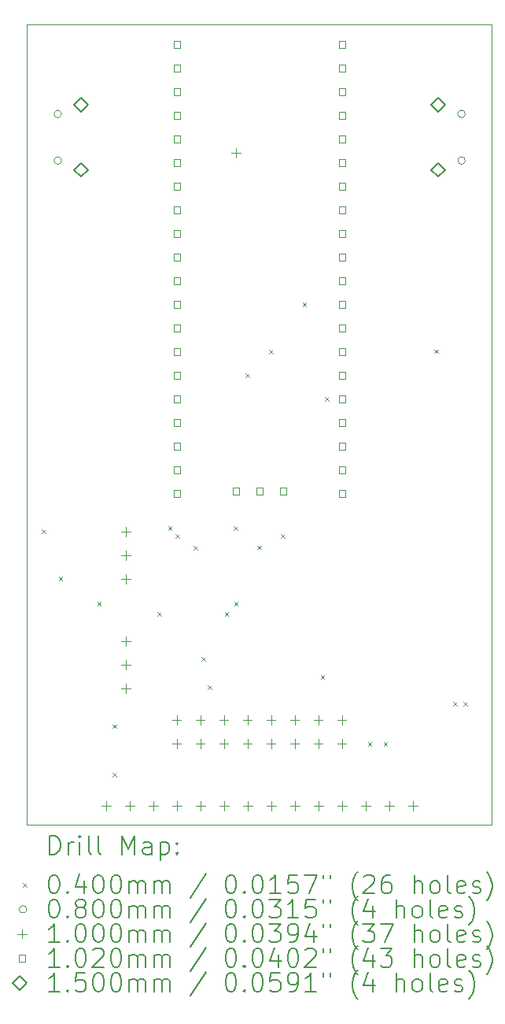
<source format=gbr>
%TF.GenerationSoftware,KiCad,Pcbnew,7.0.1*%
%TF.CreationDate,2023-04-12T13:53:51+09:00*%
%TF.ProjectId,KiCad,4b694361-642e-46b6-9963-61645f706362,rev?*%
%TF.SameCoordinates,PX7270e00PY8b3c880*%
%TF.FileFunction,Drillmap*%
%TF.FilePolarity,Positive*%
%FSLAX45Y45*%
G04 Gerber Fmt 4.5, Leading zero omitted, Abs format (unit mm)*
G04 Created by KiCad (PCBNEW 7.0.1) date 2023-04-12 13:53:51*
%MOMM*%
%LPD*%
G01*
G04 APERTURE LIST*
%ADD10C,0.100000*%
%ADD11C,0.200000*%
%ADD12C,0.040000*%
%ADD13C,0.080000*%
%ADD14C,0.102000*%
%ADD15C,0.150000*%
G04 APERTURE END LIST*
D10*
X0Y8600000D02*
X5000000Y8600000D01*
X5000000Y0D01*
X0Y0D01*
X0Y8600000D01*
D11*
D12*
X157500Y3172500D02*
X197500Y3132500D01*
X197500Y3172500D02*
X157500Y3132500D01*
X340000Y2665000D02*
X380000Y2625000D01*
X380000Y2665000D02*
X340000Y2625000D01*
X755000Y2395000D02*
X795000Y2355000D01*
X795000Y2395000D02*
X755000Y2355000D01*
X922500Y1077500D02*
X962500Y1037500D01*
X962500Y1077500D02*
X922500Y1037500D01*
X922500Y560000D02*
X962500Y520000D01*
X962500Y560000D02*
X922500Y520000D01*
X1405000Y2285000D02*
X1445000Y2245000D01*
X1445000Y2285000D02*
X1405000Y2245000D01*
X1517500Y3210000D02*
X1557500Y3170000D01*
X1557500Y3210000D02*
X1517500Y3170000D01*
X1600000Y3122500D02*
X1640000Y3082500D01*
X1640000Y3122500D02*
X1600000Y3082500D01*
X1792500Y2997500D02*
X1832500Y2957500D01*
X1832500Y2997500D02*
X1792500Y2957500D01*
X1875000Y1800000D02*
X1915000Y1760000D01*
X1915000Y1800000D02*
X1875000Y1760000D01*
X1945000Y1500000D02*
X1985000Y1460000D01*
X1985000Y1500000D02*
X1945000Y1460000D01*
X2127500Y2282500D02*
X2167500Y2242500D01*
X2167500Y2282500D02*
X2127500Y2242500D01*
X2225000Y3210000D02*
X2265000Y3170000D01*
X2265000Y3210000D02*
X2225000Y3170000D01*
X2227500Y2395000D02*
X2267500Y2355000D01*
X2267500Y2395000D02*
X2227500Y2355000D01*
X2352500Y4852500D02*
X2392500Y4812500D01*
X2392500Y4852500D02*
X2352500Y4812500D01*
X2480000Y3000000D02*
X2520000Y2960000D01*
X2520000Y3000000D02*
X2480000Y2960000D01*
X2605000Y5105000D02*
X2645000Y5065000D01*
X2645000Y5105000D02*
X2605000Y5065000D01*
X2732500Y3122500D02*
X2772500Y3082500D01*
X2772500Y3122500D02*
X2732500Y3082500D01*
X2965000Y5612500D02*
X3005000Y5572500D01*
X3005000Y5612500D02*
X2965000Y5572500D01*
X3160000Y1605000D02*
X3200000Y1565000D01*
X3200000Y1605000D02*
X3160000Y1565000D01*
X3205000Y4595000D02*
X3245000Y4555000D01*
X3245000Y4595000D02*
X3205000Y4555000D01*
X3667500Y885000D02*
X3707500Y845000D01*
X3707500Y885000D02*
X3667500Y845000D01*
X3837500Y885000D02*
X3877500Y845000D01*
X3877500Y885000D02*
X3837500Y845000D01*
X4380000Y5107500D02*
X4420000Y5067500D01*
X4420000Y5107500D02*
X4380000Y5067500D01*
X4585000Y1322500D02*
X4625000Y1282500D01*
X4625000Y1322500D02*
X4585000Y1282500D01*
X4695000Y1320000D02*
X4735000Y1280000D01*
X4735000Y1320000D02*
X4695000Y1280000D01*
D13*
X370000Y7640000D02*
G75*
G03*
X370000Y7640000I-40000J0D01*
G01*
X370000Y7140000D02*
G75*
G03*
X370000Y7140000I-40000J0D01*
G01*
X4715000Y7640000D02*
G75*
G03*
X4715000Y7640000I-40000J0D01*
G01*
X4715000Y7140000D02*
G75*
G03*
X4715000Y7140000I-40000J0D01*
G01*
D10*
X849000Y250000D02*
X849000Y150000D01*
X799000Y200000D02*
X899000Y200000D01*
X1060000Y3202500D02*
X1060000Y3102500D01*
X1010000Y3152500D02*
X1110000Y3152500D01*
X1060000Y2948500D02*
X1060000Y2848500D01*
X1010000Y2898500D02*
X1110000Y2898500D01*
X1060000Y2694500D02*
X1060000Y2594500D01*
X1010000Y2644500D02*
X1110000Y2644500D01*
X1060000Y2022500D02*
X1060000Y1922500D01*
X1010000Y1972500D02*
X1110000Y1972500D01*
X1060000Y1768500D02*
X1060000Y1668500D01*
X1010000Y1718500D02*
X1110000Y1718500D01*
X1060000Y1514500D02*
X1060000Y1414500D01*
X1010000Y1464500D02*
X1110000Y1464500D01*
X1103000Y250000D02*
X1103000Y150000D01*
X1053000Y200000D02*
X1153000Y200000D01*
X1357000Y250000D02*
X1357000Y150000D01*
X1307000Y200000D02*
X1407000Y200000D01*
X1609500Y1177500D02*
X1609500Y1077500D01*
X1559500Y1127500D02*
X1659500Y1127500D01*
X1609500Y923500D02*
X1609500Y823500D01*
X1559500Y873500D02*
X1659500Y873500D01*
X1611000Y250000D02*
X1611000Y150000D01*
X1561000Y200000D02*
X1661000Y200000D01*
X1863500Y1177500D02*
X1863500Y1077500D01*
X1813500Y1127500D02*
X1913500Y1127500D01*
X1863500Y923500D02*
X1863500Y823500D01*
X1813500Y873500D02*
X1913500Y873500D01*
X1865000Y250000D02*
X1865000Y150000D01*
X1815000Y200000D02*
X1915000Y200000D01*
X2117500Y1177500D02*
X2117500Y1077500D01*
X2067500Y1127500D02*
X2167500Y1127500D01*
X2117500Y923500D02*
X2117500Y823500D01*
X2067500Y873500D02*
X2167500Y873500D01*
X2119000Y250000D02*
X2119000Y150000D01*
X2069000Y200000D02*
X2169000Y200000D01*
X2250000Y7275000D02*
X2250000Y7175000D01*
X2200000Y7225000D02*
X2300000Y7225000D01*
X2371500Y1177500D02*
X2371500Y1077500D01*
X2321500Y1127500D02*
X2421500Y1127500D01*
X2371500Y923500D02*
X2371500Y823500D01*
X2321500Y873500D02*
X2421500Y873500D01*
X2373000Y250000D02*
X2373000Y150000D01*
X2323000Y200000D02*
X2423000Y200000D01*
X2625500Y1177500D02*
X2625500Y1077500D01*
X2575500Y1127500D02*
X2675500Y1127500D01*
X2625500Y923500D02*
X2625500Y823500D01*
X2575500Y873500D02*
X2675500Y873500D01*
X2627000Y250000D02*
X2627000Y150000D01*
X2577000Y200000D02*
X2677000Y200000D01*
X2879500Y1177500D02*
X2879500Y1077500D01*
X2829500Y1127500D02*
X2929500Y1127500D01*
X2879500Y923500D02*
X2879500Y823500D01*
X2829500Y873500D02*
X2929500Y873500D01*
X2881000Y250000D02*
X2881000Y150000D01*
X2831000Y200000D02*
X2931000Y200000D01*
X3133500Y1177500D02*
X3133500Y1077500D01*
X3083500Y1127500D02*
X3183500Y1127500D01*
X3133500Y923500D02*
X3133500Y823500D01*
X3083500Y873500D02*
X3183500Y873500D01*
X3135000Y250000D02*
X3135000Y150000D01*
X3085000Y200000D02*
X3185000Y200000D01*
X3387500Y1177500D02*
X3387500Y1077500D01*
X3337500Y1127500D02*
X3437500Y1127500D01*
X3387500Y923500D02*
X3387500Y823500D01*
X3337500Y873500D02*
X3437500Y873500D01*
X3389000Y250000D02*
X3389000Y150000D01*
X3339000Y200000D02*
X3439000Y200000D01*
X3643000Y250000D02*
X3643000Y150000D01*
X3593000Y200000D02*
X3693000Y200000D01*
X3897000Y250000D02*
X3897000Y150000D01*
X3847000Y200000D02*
X3947000Y200000D01*
X4151000Y250000D02*
X4151000Y150000D01*
X4101000Y200000D02*
X4201000Y200000D01*
D14*
X1647063Y8351937D02*
X1647063Y8424063D01*
X1574937Y8424063D01*
X1574937Y8351937D01*
X1647063Y8351937D01*
X1647063Y8097937D02*
X1647063Y8170063D01*
X1574937Y8170063D01*
X1574937Y8097937D01*
X1647063Y8097937D01*
X1647063Y7843937D02*
X1647063Y7916063D01*
X1574937Y7916063D01*
X1574937Y7843937D01*
X1647063Y7843937D01*
X1647063Y7589937D02*
X1647063Y7662063D01*
X1574937Y7662063D01*
X1574937Y7589937D01*
X1647063Y7589937D01*
X1647063Y7335937D02*
X1647063Y7408063D01*
X1574937Y7408063D01*
X1574937Y7335937D01*
X1647063Y7335937D01*
X1647063Y7081937D02*
X1647063Y7154063D01*
X1574937Y7154063D01*
X1574937Y7081937D01*
X1647063Y7081937D01*
X1647063Y6827937D02*
X1647063Y6900063D01*
X1574937Y6900063D01*
X1574937Y6827937D01*
X1647063Y6827937D01*
X1647063Y6573937D02*
X1647063Y6646063D01*
X1574937Y6646063D01*
X1574937Y6573937D01*
X1647063Y6573937D01*
X1647063Y6319937D02*
X1647063Y6392063D01*
X1574937Y6392063D01*
X1574937Y6319937D01*
X1647063Y6319937D01*
X1647063Y6065937D02*
X1647063Y6138063D01*
X1574937Y6138063D01*
X1574937Y6065937D01*
X1647063Y6065937D01*
X1647063Y5811937D02*
X1647063Y5884063D01*
X1574937Y5884063D01*
X1574937Y5811937D01*
X1647063Y5811937D01*
X1647063Y5557937D02*
X1647063Y5630063D01*
X1574937Y5630063D01*
X1574937Y5557937D01*
X1647063Y5557937D01*
X1647063Y5303937D02*
X1647063Y5376063D01*
X1574937Y5376063D01*
X1574937Y5303937D01*
X1647063Y5303937D01*
X1647063Y5049937D02*
X1647063Y5122063D01*
X1574937Y5122063D01*
X1574937Y5049937D01*
X1647063Y5049937D01*
X1647063Y4795937D02*
X1647063Y4868063D01*
X1574937Y4868063D01*
X1574937Y4795937D01*
X1647063Y4795937D01*
X1647063Y4541937D02*
X1647063Y4614063D01*
X1574937Y4614063D01*
X1574937Y4541937D01*
X1647063Y4541937D01*
X1647063Y4287937D02*
X1647063Y4360063D01*
X1574937Y4360063D01*
X1574937Y4287937D01*
X1647063Y4287937D01*
X1647063Y4033937D02*
X1647063Y4106063D01*
X1574937Y4106063D01*
X1574937Y4033937D01*
X1647063Y4033937D01*
X1647063Y3779937D02*
X1647063Y3852063D01*
X1574937Y3852063D01*
X1574937Y3779937D01*
X1647063Y3779937D01*
X1647063Y3525937D02*
X1647063Y3598063D01*
X1574937Y3598063D01*
X1574937Y3525937D01*
X1647063Y3525937D01*
X2282063Y3548937D02*
X2282063Y3621063D01*
X2209937Y3621063D01*
X2209937Y3548937D01*
X2282063Y3548937D01*
X2536063Y3548937D02*
X2536063Y3621063D01*
X2463937Y3621063D01*
X2463937Y3548937D01*
X2536063Y3548937D01*
X2790063Y3548937D02*
X2790063Y3621063D01*
X2717937Y3621063D01*
X2717937Y3548937D01*
X2790063Y3548937D01*
X3425063Y8351937D02*
X3425063Y8424063D01*
X3352937Y8424063D01*
X3352937Y8351937D01*
X3425063Y8351937D01*
X3425063Y8097937D02*
X3425063Y8170063D01*
X3352937Y8170063D01*
X3352937Y8097937D01*
X3425063Y8097937D01*
X3425063Y7843937D02*
X3425063Y7916063D01*
X3352937Y7916063D01*
X3352937Y7843937D01*
X3425063Y7843937D01*
X3425063Y7589937D02*
X3425063Y7662063D01*
X3352937Y7662063D01*
X3352937Y7589937D01*
X3425063Y7589937D01*
X3425063Y7335937D02*
X3425063Y7408063D01*
X3352937Y7408063D01*
X3352937Y7335937D01*
X3425063Y7335937D01*
X3425063Y7081937D02*
X3425063Y7154063D01*
X3352937Y7154063D01*
X3352937Y7081937D01*
X3425063Y7081937D01*
X3425063Y6827937D02*
X3425063Y6900063D01*
X3352937Y6900063D01*
X3352937Y6827937D01*
X3425063Y6827937D01*
X3425063Y6573937D02*
X3425063Y6646063D01*
X3352937Y6646063D01*
X3352937Y6573937D01*
X3425063Y6573937D01*
X3425063Y6319937D02*
X3425063Y6392063D01*
X3352937Y6392063D01*
X3352937Y6319937D01*
X3425063Y6319937D01*
X3425063Y6065937D02*
X3425063Y6138063D01*
X3352937Y6138063D01*
X3352937Y6065937D01*
X3425063Y6065937D01*
X3425063Y5811937D02*
X3425063Y5884063D01*
X3352937Y5884063D01*
X3352937Y5811937D01*
X3425063Y5811937D01*
X3425063Y5557937D02*
X3425063Y5630063D01*
X3352937Y5630063D01*
X3352937Y5557937D01*
X3425063Y5557937D01*
X3425063Y5303937D02*
X3425063Y5376063D01*
X3352937Y5376063D01*
X3352937Y5303937D01*
X3425063Y5303937D01*
X3425063Y5049937D02*
X3425063Y5122063D01*
X3352937Y5122063D01*
X3352937Y5049937D01*
X3425063Y5049937D01*
X3425063Y4795937D02*
X3425063Y4868063D01*
X3352937Y4868063D01*
X3352937Y4795937D01*
X3425063Y4795937D01*
X3425063Y4541937D02*
X3425063Y4614063D01*
X3352937Y4614063D01*
X3352937Y4541937D01*
X3425063Y4541937D01*
X3425063Y4287937D02*
X3425063Y4360063D01*
X3352937Y4360063D01*
X3352937Y4287937D01*
X3425063Y4287937D01*
X3425063Y4033937D02*
X3425063Y4106063D01*
X3352937Y4106063D01*
X3352937Y4033937D01*
X3425063Y4033937D01*
X3425063Y3779937D02*
X3425063Y3852063D01*
X3352937Y3852063D01*
X3352937Y3779937D01*
X3425063Y3779937D01*
X3425063Y3525937D02*
X3425063Y3598063D01*
X3352937Y3598063D01*
X3352937Y3525937D01*
X3425063Y3525937D01*
D15*
X580000Y7665000D02*
X655000Y7740000D01*
X580000Y7815000D01*
X505000Y7740000D01*
X580000Y7665000D01*
X580000Y6965000D02*
X655000Y7040000D01*
X580000Y7115000D01*
X505000Y7040000D01*
X580000Y6965000D01*
X4425000Y7665000D02*
X4500000Y7740000D01*
X4425000Y7815000D01*
X4350000Y7740000D01*
X4425000Y7665000D01*
X4425000Y6965000D02*
X4500000Y7040000D01*
X4425000Y7115000D01*
X4350000Y7040000D01*
X4425000Y6965000D01*
D11*
X242619Y-317524D02*
X242619Y-117524D01*
X242619Y-117524D02*
X290238Y-117524D01*
X290238Y-117524D02*
X318810Y-127048D01*
X318810Y-127048D02*
X337857Y-146095D01*
X337857Y-146095D02*
X347381Y-165143D01*
X347381Y-165143D02*
X356905Y-203238D01*
X356905Y-203238D02*
X356905Y-231809D01*
X356905Y-231809D02*
X347381Y-269905D01*
X347381Y-269905D02*
X337857Y-288952D01*
X337857Y-288952D02*
X318810Y-308000D01*
X318810Y-308000D02*
X290238Y-317524D01*
X290238Y-317524D02*
X242619Y-317524D01*
X442619Y-317524D02*
X442619Y-184190D01*
X442619Y-222286D02*
X452143Y-203238D01*
X452143Y-203238D02*
X461667Y-193714D01*
X461667Y-193714D02*
X480714Y-184190D01*
X480714Y-184190D02*
X499762Y-184190D01*
X566429Y-317524D02*
X566429Y-184190D01*
X566429Y-117524D02*
X556905Y-127048D01*
X556905Y-127048D02*
X566429Y-136571D01*
X566429Y-136571D02*
X575952Y-127048D01*
X575952Y-127048D02*
X566429Y-117524D01*
X566429Y-117524D02*
X566429Y-136571D01*
X690238Y-317524D02*
X671190Y-308000D01*
X671190Y-308000D02*
X661667Y-288952D01*
X661667Y-288952D02*
X661667Y-117524D01*
X795000Y-317524D02*
X775952Y-308000D01*
X775952Y-308000D02*
X766428Y-288952D01*
X766428Y-288952D02*
X766428Y-117524D01*
X1023571Y-317524D02*
X1023571Y-117524D01*
X1023571Y-117524D02*
X1090238Y-260381D01*
X1090238Y-260381D02*
X1156905Y-117524D01*
X1156905Y-117524D02*
X1156905Y-317524D01*
X1337857Y-317524D02*
X1337857Y-212762D01*
X1337857Y-212762D02*
X1328333Y-193714D01*
X1328333Y-193714D02*
X1309286Y-184190D01*
X1309286Y-184190D02*
X1271190Y-184190D01*
X1271190Y-184190D02*
X1252143Y-193714D01*
X1337857Y-308000D02*
X1318810Y-317524D01*
X1318810Y-317524D02*
X1271190Y-317524D01*
X1271190Y-317524D02*
X1252143Y-308000D01*
X1252143Y-308000D02*
X1242619Y-288952D01*
X1242619Y-288952D02*
X1242619Y-269905D01*
X1242619Y-269905D02*
X1252143Y-250857D01*
X1252143Y-250857D02*
X1271190Y-241333D01*
X1271190Y-241333D02*
X1318810Y-241333D01*
X1318810Y-241333D02*
X1337857Y-231809D01*
X1433095Y-184190D02*
X1433095Y-384190D01*
X1433095Y-193714D02*
X1452143Y-184190D01*
X1452143Y-184190D02*
X1490238Y-184190D01*
X1490238Y-184190D02*
X1509286Y-193714D01*
X1509286Y-193714D02*
X1518809Y-203238D01*
X1518809Y-203238D02*
X1528333Y-222286D01*
X1528333Y-222286D02*
X1528333Y-279429D01*
X1528333Y-279429D02*
X1518809Y-298476D01*
X1518809Y-298476D02*
X1509286Y-308000D01*
X1509286Y-308000D02*
X1490238Y-317524D01*
X1490238Y-317524D02*
X1452143Y-317524D01*
X1452143Y-317524D02*
X1433095Y-308000D01*
X1614048Y-298476D02*
X1623571Y-308000D01*
X1623571Y-308000D02*
X1614048Y-317524D01*
X1614048Y-317524D02*
X1604524Y-308000D01*
X1604524Y-308000D02*
X1614048Y-298476D01*
X1614048Y-298476D02*
X1614048Y-317524D01*
X1614048Y-193714D02*
X1623571Y-203238D01*
X1623571Y-203238D02*
X1614048Y-212762D01*
X1614048Y-212762D02*
X1604524Y-203238D01*
X1604524Y-203238D02*
X1614048Y-193714D01*
X1614048Y-193714D02*
X1614048Y-212762D01*
D12*
X-45000Y-625000D02*
X-5000Y-665000D01*
X-5000Y-625000D02*
X-45000Y-665000D01*
D11*
X280714Y-537524D02*
X299762Y-537524D01*
X299762Y-537524D02*
X318810Y-547048D01*
X318810Y-547048D02*
X328333Y-556571D01*
X328333Y-556571D02*
X337857Y-575619D01*
X337857Y-575619D02*
X347381Y-613714D01*
X347381Y-613714D02*
X347381Y-661333D01*
X347381Y-661333D02*
X337857Y-699428D01*
X337857Y-699428D02*
X328333Y-718476D01*
X328333Y-718476D02*
X318810Y-728000D01*
X318810Y-728000D02*
X299762Y-737524D01*
X299762Y-737524D02*
X280714Y-737524D01*
X280714Y-737524D02*
X261667Y-728000D01*
X261667Y-728000D02*
X252143Y-718476D01*
X252143Y-718476D02*
X242619Y-699428D01*
X242619Y-699428D02*
X233095Y-661333D01*
X233095Y-661333D02*
X233095Y-613714D01*
X233095Y-613714D02*
X242619Y-575619D01*
X242619Y-575619D02*
X252143Y-556571D01*
X252143Y-556571D02*
X261667Y-547048D01*
X261667Y-547048D02*
X280714Y-537524D01*
X433095Y-718476D02*
X442619Y-728000D01*
X442619Y-728000D02*
X433095Y-737524D01*
X433095Y-737524D02*
X423571Y-728000D01*
X423571Y-728000D02*
X433095Y-718476D01*
X433095Y-718476D02*
X433095Y-737524D01*
X614048Y-604190D02*
X614048Y-737524D01*
X566429Y-528000D02*
X518809Y-670857D01*
X518809Y-670857D02*
X642619Y-670857D01*
X756905Y-537524D02*
X775952Y-537524D01*
X775952Y-537524D02*
X795000Y-547048D01*
X795000Y-547048D02*
X804524Y-556571D01*
X804524Y-556571D02*
X814048Y-575619D01*
X814048Y-575619D02*
X823571Y-613714D01*
X823571Y-613714D02*
X823571Y-661333D01*
X823571Y-661333D02*
X814048Y-699428D01*
X814048Y-699428D02*
X804524Y-718476D01*
X804524Y-718476D02*
X795000Y-728000D01*
X795000Y-728000D02*
X775952Y-737524D01*
X775952Y-737524D02*
X756905Y-737524D01*
X756905Y-737524D02*
X737857Y-728000D01*
X737857Y-728000D02*
X728333Y-718476D01*
X728333Y-718476D02*
X718809Y-699428D01*
X718809Y-699428D02*
X709286Y-661333D01*
X709286Y-661333D02*
X709286Y-613714D01*
X709286Y-613714D02*
X718809Y-575619D01*
X718809Y-575619D02*
X728333Y-556571D01*
X728333Y-556571D02*
X737857Y-547048D01*
X737857Y-547048D02*
X756905Y-537524D01*
X947381Y-537524D02*
X966429Y-537524D01*
X966429Y-537524D02*
X985476Y-547048D01*
X985476Y-547048D02*
X995000Y-556571D01*
X995000Y-556571D02*
X1004524Y-575619D01*
X1004524Y-575619D02*
X1014048Y-613714D01*
X1014048Y-613714D02*
X1014048Y-661333D01*
X1014048Y-661333D02*
X1004524Y-699428D01*
X1004524Y-699428D02*
X995000Y-718476D01*
X995000Y-718476D02*
X985476Y-728000D01*
X985476Y-728000D02*
X966429Y-737524D01*
X966429Y-737524D02*
X947381Y-737524D01*
X947381Y-737524D02*
X928333Y-728000D01*
X928333Y-728000D02*
X918809Y-718476D01*
X918809Y-718476D02*
X909286Y-699428D01*
X909286Y-699428D02*
X899762Y-661333D01*
X899762Y-661333D02*
X899762Y-613714D01*
X899762Y-613714D02*
X909286Y-575619D01*
X909286Y-575619D02*
X918809Y-556571D01*
X918809Y-556571D02*
X928333Y-547048D01*
X928333Y-547048D02*
X947381Y-537524D01*
X1099762Y-737524D02*
X1099762Y-604190D01*
X1099762Y-623238D02*
X1109286Y-613714D01*
X1109286Y-613714D02*
X1128333Y-604190D01*
X1128333Y-604190D02*
X1156905Y-604190D01*
X1156905Y-604190D02*
X1175952Y-613714D01*
X1175952Y-613714D02*
X1185476Y-632762D01*
X1185476Y-632762D02*
X1185476Y-737524D01*
X1185476Y-632762D02*
X1195000Y-613714D01*
X1195000Y-613714D02*
X1214048Y-604190D01*
X1214048Y-604190D02*
X1242619Y-604190D01*
X1242619Y-604190D02*
X1261667Y-613714D01*
X1261667Y-613714D02*
X1271191Y-632762D01*
X1271191Y-632762D02*
X1271191Y-737524D01*
X1366429Y-737524D02*
X1366429Y-604190D01*
X1366429Y-623238D02*
X1375952Y-613714D01*
X1375952Y-613714D02*
X1395000Y-604190D01*
X1395000Y-604190D02*
X1423571Y-604190D01*
X1423571Y-604190D02*
X1442619Y-613714D01*
X1442619Y-613714D02*
X1452143Y-632762D01*
X1452143Y-632762D02*
X1452143Y-737524D01*
X1452143Y-632762D02*
X1461667Y-613714D01*
X1461667Y-613714D02*
X1480714Y-604190D01*
X1480714Y-604190D02*
X1509286Y-604190D01*
X1509286Y-604190D02*
X1528333Y-613714D01*
X1528333Y-613714D02*
X1537857Y-632762D01*
X1537857Y-632762D02*
X1537857Y-737524D01*
X1928333Y-528000D02*
X1756905Y-785143D01*
X2185476Y-537524D02*
X2204524Y-537524D01*
X2204524Y-537524D02*
X2223572Y-547048D01*
X2223572Y-547048D02*
X2233095Y-556571D01*
X2233095Y-556571D02*
X2242619Y-575619D01*
X2242619Y-575619D02*
X2252143Y-613714D01*
X2252143Y-613714D02*
X2252143Y-661333D01*
X2252143Y-661333D02*
X2242619Y-699428D01*
X2242619Y-699428D02*
X2233095Y-718476D01*
X2233095Y-718476D02*
X2223572Y-728000D01*
X2223572Y-728000D02*
X2204524Y-737524D01*
X2204524Y-737524D02*
X2185476Y-737524D01*
X2185476Y-737524D02*
X2166429Y-728000D01*
X2166429Y-728000D02*
X2156905Y-718476D01*
X2156905Y-718476D02*
X2147381Y-699428D01*
X2147381Y-699428D02*
X2137857Y-661333D01*
X2137857Y-661333D02*
X2137857Y-613714D01*
X2137857Y-613714D02*
X2147381Y-575619D01*
X2147381Y-575619D02*
X2156905Y-556571D01*
X2156905Y-556571D02*
X2166429Y-547048D01*
X2166429Y-547048D02*
X2185476Y-537524D01*
X2337857Y-718476D02*
X2347381Y-728000D01*
X2347381Y-728000D02*
X2337857Y-737524D01*
X2337857Y-737524D02*
X2328334Y-728000D01*
X2328334Y-728000D02*
X2337857Y-718476D01*
X2337857Y-718476D02*
X2337857Y-737524D01*
X2471191Y-537524D02*
X2490238Y-537524D01*
X2490238Y-537524D02*
X2509286Y-547048D01*
X2509286Y-547048D02*
X2518810Y-556571D01*
X2518810Y-556571D02*
X2528334Y-575619D01*
X2528334Y-575619D02*
X2537857Y-613714D01*
X2537857Y-613714D02*
X2537857Y-661333D01*
X2537857Y-661333D02*
X2528334Y-699428D01*
X2528334Y-699428D02*
X2518810Y-718476D01*
X2518810Y-718476D02*
X2509286Y-728000D01*
X2509286Y-728000D02*
X2490238Y-737524D01*
X2490238Y-737524D02*
X2471191Y-737524D01*
X2471191Y-737524D02*
X2452143Y-728000D01*
X2452143Y-728000D02*
X2442619Y-718476D01*
X2442619Y-718476D02*
X2433095Y-699428D01*
X2433095Y-699428D02*
X2423572Y-661333D01*
X2423572Y-661333D02*
X2423572Y-613714D01*
X2423572Y-613714D02*
X2433095Y-575619D01*
X2433095Y-575619D02*
X2442619Y-556571D01*
X2442619Y-556571D02*
X2452143Y-547048D01*
X2452143Y-547048D02*
X2471191Y-537524D01*
X2728334Y-737524D02*
X2614048Y-737524D01*
X2671191Y-737524D02*
X2671191Y-537524D01*
X2671191Y-537524D02*
X2652143Y-566095D01*
X2652143Y-566095D02*
X2633095Y-585143D01*
X2633095Y-585143D02*
X2614048Y-594667D01*
X2909286Y-537524D02*
X2814048Y-537524D01*
X2814048Y-537524D02*
X2804524Y-632762D01*
X2804524Y-632762D02*
X2814048Y-623238D01*
X2814048Y-623238D02*
X2833095Y-613714D01*
X2833095Y-613714D02*
X2880714Y-613714D01*
X2880714Y-613714D02*
X2899762Y-623238D01*
X2899762Y-623238D02*
X2909286Y-632762D01*
X2909286Y-632762D02*
X2918810Y-651810D01*
X2918810Y-651810D02*
X2918810Y-699428D01*
X2918810Y-699428D02*
X2909286Y-718476D01*
X2909286Y-718476D02*
X2899762Y-728000D01*
X2899762Y-728000D02*
X2880714Y-737524D01*
X2880714Y-737524D02*
X2833095Y-737524D01*
X2833095Y-737524D02*
X2814048Y-728000D01*
X2814048Y-728000D02*
X2804524Y-718476D01*
X2985476Y-537524D02*
X3118810Y-537524D01*
X3118810Y-537524D02*
X3033095Y-737524D01*
X3185476Y-537524D02*
X3185476Y-575619D01*
X3261667Y-537524D02*
X3261667Y-575619D01*
X3556905Y-813714D02*
X3547381Y-804190D01*
X3547381Y-804190D02*
X3528334Y-775619D01*
X3528334Y-775619D02*
X3518810Y-756571D01*
X3518810Y-756571D02*
X3509286Y-728000D01*
X3509286Y-728000D02*
X3499762Y-680381D01*
X3499762Y-680381D02*
X3499762Y-642286D01*
X3499762Y-642286D02*
X3509286Y-594667D01*
X3509286Y-594667D02*
X3518810Y-566095D01*
X3518810Y-566095D02*
X3528334Y-547048D01*
X3528334Y-547048D02*
X3547381Y-518476D01*
X3547381Y-518476D02*
X3556905Y-508952D01*
X3623572Y-556571D02*
X3633095Y-547048D01*
X3633095Y-547048D02*
X3652143Y-537524D01*
X3652143Y-537524D02*
X3699762Y-537524D01*
X3699762Y-537524D02*
X3718810Y-547048D01*
X3718810Y-547048D02*
X3728334Y-556571D01*
X3728334Y-556571D02*
X3737857Y-575619D01*
X3737857Y-575619D02*
X3737857Y-594667D01*
X3737857Y-594667D02*
X3728334Y-623238D01*
X3728334Y-623238D02*
X3614048Y-737524D01*
X3614048Y-737524D02*
X3737857Y-737524D01*
X3909286Y-537524D02*
X3871191Y-537524D01*
X3871191Y-537524D02*
X3852143Y-547048D01*
X3852143Y-547048D02*
X3842619Y-556571D01*
X3842619Y-556571D02*
X3823572Y-585143D01*
X3823572Y-585143D02*
X3814048Y-623238D01*
X3814048Y-623238D02*
X3814048Y-699428D01*
X3814048Y-699428D02*
X3823572Y-718476D01*
X3823572Y-718476D02*
X3833095Y-728000D01*
X3833095Y-728000D02*
X3852143Y-737524D01*
X3852143Y-737524D02*
X3890238Y-737524D01*
X3890238Y-737524D02*
X3909286Y-728000D01*
X3909286Y-728000D02*
X3918810Y-718476D01*
X3918810Y-718476D02*
X3928334Y-699428D01*
X3928334Y-699428D02*
X3928334Y-651810D01*
X3928334Y-651810D02*
X3918810Y-632762D01*
X3918810Y-632762D02*
X3909286Y-623238D01*
X3909286Y-623238D02*
X3890238Y-613714D01*
X3890238Y-613714D02*
X3852143Y-613714D01*
X3852143Y-613714D02*
X3833095Y-623238D01*
X3833095Y-623238D02*
X3823572Y-632762D01*
X3823572Y-632762D02*
X3814048Y-651810D01*
X4166429Y-737524D02*
X4166429Y-537524D01*
X4252143Y-737524D02*
X4252143Y-632762D01*
X4252143Y-632762D02*
X4242619Y-613714D01*
X4242619Y-613714D02*
X4223572Y-604190D01*
X4223572Y-604190D02*
X4195000Y-604190D01*
X4195000Y-604190D02*
X4175953Y-613714D01*
X4175953Y-613714D02*
X4166429Y-623238D01*
X4375953Y-737524D02*
X4356905Y-728000D01*
X4356905Y-728000D02*
X4347381Y-718476D01*
X4347381Y-718476D02*
X4337858Y-699428D01*
X4337858Y-699428D02*
X4337858Y-642286D01*
X4337858Y-642286D02*
X4347381Y-623238D01*
X4347381Y-623238D02*
X4356905Y-613714D01*
X4356905Y-613714D02*
X4375953Y-604190D01*
X4375953Y-604190D02*
X4404524Y-604190D01*
X4404524Y-604190D02*
X4423572Y-613714D01*
X4423572Y-613714D02*
X4433096Y-623238D01*
X4433096Y-623238D02*
X4442619Y-642286D01*
X4442619Y-642286D02*
X4442619Y-699428D01*
X4442619Y-699428D02*
X4433096Y-718476D01*
X4433096Y-718476D02*
X4423572Y-728000D01*
X4423572Y-728000D02*
X4404524Y-737524D01*
X4404524Y-737524D02*
X4375953Y-737524D01*
X4556905Y-737524D02*
X4537858Y-728000D01*
X4537858Y-728000D02*
X4528334Y-708952D01*
X4528334Y-708952D02*
X4528334Y-537524D01*
X4709286Y-728000D02*
X4690239Y-737524D01*
X4690239Y-737524D02*
X4652143Y-737524D01*
X4652143Y-737524D02*
X4633096Y-728000D01*
X4633096Y-728000D02*
X4623572Y-708952D01*
X4623572Y-708952D02*
X4623572Y-632762D01*
X4623572Y-632762D02*
X4633096Y-613714D01*
X4633096Y-613714D02*
X4652143Y-604190D01*
X4652143Y-604190D02*
X4690239Y-604190D01*
X4690239Y-604190D02*
X4709286Y-613714D01*
X4709286Y-613714D02*
X4718810Y-632762D01*
X4718810Y-632762D02*
X4718810Y-651810D01*
X4718810Y-651810D02*
X4623572Y-670857D01*
X4795000Y-728000D02*
X4814048Y-737524D01*
X4814048Y-737524D02*
X4852143Y-737524D01*
X4852143Y-737524D02*
X4871191Y-728000D01*
X4871191Y-728000D02*
X4880715Y-708952D01*
X4880715Y-708952D02*
X4880715Y-699428D01*
X4880715Y-699428D02*
X4871191Y-680381D01*
X4871191Y-680381D02*
X4852143Y-670857D01*
X4852143Y-670857D02*
X4823572Y-670857D01*
X4823572Y-670857D02*
X4804524Y-661333D01*
X4804524Y-661333D02*
X4795000Y-642286D01*
X4795000Y-642286D02*
X4795000Y-632762D01*
X4795000Y-632762D02*
X4804524Y-613714D01*
X4804524Y-613714D02*
X4823572Y-604190D01*
X4823572Y-604190D02*
X4852143Y-604190D01*
X4852143Y-604190D02*
X4871191Y-613714D01*
X4947381Y-813714D02*
X4956905Y-804190D01*
X4956905Y-804190D02*
X4975953Y-775619D01*
X4975953Y-775619D02*
X4985477Y-756571D01*
X4985477Y-756571D02*
X4995000Y-728000D01*
X4995000Y-728000D02*
X5004524Y-680381D01*
X5004524Y-680381D02*
X5004524Y-642286D01*
X5004524Y-642286D02*
X4995000Y-594667D01*
X4995000Y-594667D02*
X4985477Y-566095D01*
X4985477Y-566095D02*
X4975953Y-547048D01*
X4975953Y-547048D02*
X4956905Y-518476D01*
X4956905Y-518476D02*
X4947381Y-508952D01*
D13*
X-5000Y-909000D02*
G75*
G03*
X-5000Y-909000I-40000J0D01*
G01*
D11*
X280714Y-801524D02*
X299762Y-801524D01*
X299762Y-801524D02*
X318810Y-811048D01*
X318810Y-811048D02*
X328333Y-820571D01*
X328333Y-820571D02*
X337857Y-839619D01*
X337857Y-839619D02*
X347381Y-877714D01*
X347381Y-877714D02*
X347381Y-925333D01*
X347381Y-925333D02*
X337857Y-963428D01*
X337857Y-963428D02*
X328333Y-982476D01*
X328333Y-982476D02*
X318810Y-992000D01*
X318810Y-992000D02*
X299762Y-1001524D01*
X299762Y-1001524D02*
X280714Y-1001524D01*
X280714Y-1001524D02*
X261667Y-992000D01*
X261667Y-992000D02*
X252143Y-982476D01*
X252143Y-982476D02*
X242619Y-963428D01*
X242619Y-963428D02*
X233095Y-925333D01*
X233095Y-925333D02*
X233095Y-877714D01*
X233095Y-877714D02*
X242619Y-839619D01*
X242619Y-839619D02*
X252143Y-820571D01*
X252143Y-820571D02*
X261667Y-811048D01*
X261667Y-811048D02*
X280714Y-801524D01*
X433095Y-982476D02*
X442619Y-992000D01*
X442619Y-992000D02*
X433095Y-1001524D01*
X433095Y-1001524D02*
X423571Y-992000D01*
X423571Y-992000D02*
X433095Y-982476D01*
X433095Y-982476D02*
X433095Y-1001524D01*
X556905Y-887238D02*
X537857Y-877714D01*
X537857Y-877714D02*
X528333Y-868190D01*
X528333Y-868190D02*
X518809Y-849143D01*
X518809Y-849143D02*
X518809Y-839619D01*
X518809Y-839619D02*
X528333Y-820571D01*
X528333Y-820571D02*
X537857Y-811048D01*
X537857Y-811048D02*
X556905Y-801524D01*
X556905Y-801524D02*
X595000Y-801524D01*
X595000Y-801524D02*
X614048Y-811048D01*
X614048Y-811048D02*
X623571Y-820571D01*
X623571Y-820571D02*
X633095Y-839619D01*
X633095Y-839619D02*
X633095Y-849143D01*
X633095Y-849143D02*
X623571Y-868190D01*
X623571Y-868190D02*
X614048Y-877714D01*
X614048Y-877714D02*
X595000Y-887238D01*
X595000Y-887238D02*
X556905Y-887238D01*
X556905Y-887238D02*
X537857Y-896762D01*
X537857Y-896762D02*
X528333Y-906286D01*
X528333Y-906286D02*
X518809Y-925333D01*
X518809Y-925333D02*
X518809Y-963428D01*
X518809Y-963428D02*
X528333Y-982476D01*
X528333Y-982476D02*
X537857Y-992000D01*
X537857Y-992000D02*
X556905Y-1001524D01*
X556905Y-1001524D02*
X595000Y-1001524D01*
X595000Y-1001524D02*
X614048Y-992000D01*
X614048Y-992000D02*
X623571Y-982476D01*
X623571Y-982476D02*
X633095Y-963428D01*
X633095Y-963428D02*
X633095Y-925333D01*
X633095Y-925333D02*
X623571Y-906286D01*
X623571Y-906286D02*
X614048Y-896762D01*
X614048Y-896762D02*
X595000Y-887238D01*
X756905Y-801524D02*
X775952Y-801524D01*
X775952Y-801524D02*
X795000Y-811048D01*
X795000Y-811048D02*
X804524Y-820571D01*
X804524Y-820571D02*
X814048Y-839619D01*
X814048Y-839619D02*
X823571Y-877714D01*
X823571Y-877714D02*
X823571Y-925333D01*
X823571Y-925333D02*
X814048Y-963428D01*
X814048Y-963428D02*
X804524Y-982476D01*
X804524Y-982476D02*
X795000Y-992000D01*
X795000Y-992000D02*
X775952Y-1001524D01*
X775952Y-1001524D02*
X756905Y-1001524D01*
X756905Y-1001524D02*
X737857Y-992000D01*
X737857Y-992000D02*
X728333Y-982476D01*
X728333Y-982476D02*
X718809Y-963428D01*
X718809Y-963428D02*
X709286Y-925333D01*
X709286Y-925333D02*
X709286Y-877714D01*
X709286Y-877714D02*
X718809Y-839619D01*
X718809Y-839619D02*
X728333Y-820571D01*
X728333Y-820571D02*
X737857Y-811048D01*
X737857Y-811048D02*
X756905Y-801524D01*
X947381Y-801524D02*
X966429Y-801524D01*
X966429Y-801524D02*
X985476Y-811048D01*
X985476Y-811048D02*
X995000Y-820571D01*
X995000Y-820571D02*
X1004524Y-839619D01*
X1004524Y-839619D02*
X1014048Y-877714D01*
X1014048Y-877714D02*
X1014048Y-925333D01*
X1014048Y-925333D02*
X1004524Y-963428D01*
X1004524Y-963428D02*
X995000Y-982476D01*
X995000Y-982476D02*
X985476Y-992000D01*
X985476Y-992000D02*
X966429Y-1001524D01*
X966429Y-1001524D02*
X947381Y-1001524D01*
X947381Y-1001524D02*
X928333Y-992000D01*
X928333Y-992000D02*
X918809Y-982476D01*
X918809Y-982476D02*
X909286Y-963428D01*
X909286Y-963428D02*
X899762Y-925333D01*
X899762Y-925333D02*
X899762Y-877714D01*
X899762Y-877714D02*
X909286Y-839619D01*
X909286Y-839619D02*
X918809Y-820571D01*
X918809Y-820571D02*
X928333Y-811048D01*
X928333Y-811048D02*
X947381Y-801524D01*
X1099762Y-1001524D02*
X1099762Y-868190D01*
X1099762Y-887238D02*
X1109286Y-877714D01*
X1109286Y-877714D02*
X1128333Y-868190D01*
X1128333Y-868190D02*
X1156905Y-868190D01*
X1156905Y-868190D02*
X1175952Y-877714D01*
X1175952Y-877714D02*
X1185476Y-896762D01*
X1185476Y-896762D02*
X1185476Y-1001524D01*
X1185476Y-896762D02*
X1195000Y-877714D01*
X1195000Y-877714D02*
X1214048Y-868190D01*
X1214048Y-868190D02*
X1242619Y-868190D01*
X1242619Y-868190D02*
X1261667Y-877714D01*
X1261667Y-877714D02*
X1271191Y-896762D01*
X1271191Y-896762D02*
X1271191Y-1001524D01*
X1366429Y-1001524D02*
X1366429Y-868190D01*
X1366429Y-887238D02*
X1375952Y-877714D01*
X1375952Y-877714D02*
X1395000Y-868190D01*
X1395000Y-868190D02*
X1423571Y-868190D01*
X1423571Y-868190D02*
X1442619Y-877714D01*
X1442619Y-877714D02*
X1452143Y-896762D01*
X1452143Y-896762D02*
X1452143Y-1001524D01*
X1452143Y-896762D02*
X1461667Y-877714D01*
X1461667Y-877714D02*
X1480714Y-868190D01*
X1480714Y-868190D02*
X1509286Y-868190D01*
X1509286Y-868190D02*
X1528333Y-877714D01*
X1528333Y-877714D02*
X1537857Y-896762D01*
X1537857Y-896762D02*
X1537857Y-1001524D01*
X1928333Y-792000D02*
X1756905Y-1049143D01*
X2185476Y-801524D02*
X2204524Y-801524D01*
X2204524Y-801524D02*
X2223572Y-811048D01*
X2223572Y-811048D02*
X2233095Y-820571D01*
X2233095Y-820571D02*
X2242619Y-839619D01*
X2242619Y-839619D02*
X2252143Y-877714D01*
X2252143Y-877714D02*
X2252143Y-925333D01*
X2252143Y-925333D02*
X2242619Y-963428D01*
X2242619Y-963428D02*
X2233095Y-982476D01*
X2233095Y-982476D02*
X2223572Y-992000D01*
X2223572Y-992000D02*
X2204524Y-1001524D01*
X2204524Y-1001524D02*
X2185476Y-1001524D01*
X2185476Y-1001524D02*
X2166429Y-992000D01*
X2166429Y-992000D02*
X2156905Y-982476D01*
X2156905Y-982476D02*
X2147381Y-963428D01*
X2147381Y-963428D02*
X2137857Y-925333D01*
X2137857Y-925333D02*
X2137857Y-877714D01*
X2137857Y-877714D02*
X2147381Y-839619D01*
X2147381Y-839619D02*
X2156905Y-820571D01*
X2156905Y-820571D02*
X2166429Y-811048D01*
X2166429Y-811048D02*
X2185476Y-801524D01*
X2337857Y-982476D02*
X2347381Y-992000D01*
X2347381Y-992000D02*
X2337857Y-1001524D01*
X2337857Y-1001524D02*
X2328334Y-992000D01*
X2328334Y-992000D02*
X2337857Y-982476D01*
X2337857Y-982476D02*
X2337857Y-1001524D01*
X2471191Y-801524D02*
X2490238Y-801524D01*
X2490238Y-801524D02*
X2509286Y-811048D01*
X2509286Y-811048D02*
X2518810Y-820571D01*
X2518810Y-820571D02*
X2528334Y-839619D01*
X2528334Y-839619D02*
X2537857Y-877714D01*
X2537857Y-877714D02*
X2537857Y-925333D01*
X2537857Y-925333D02*
X2528334Y-963428D01*
X2528334Y-963428D02*
X2518810Y-982476D01*
X2518810Y-982476D02*
X2509286Y-992000D01*
X2509286Y-992000D02*
X2490238Y-1001524D01*
X2490238Y-1001524D02*
X2471191Y-1001524D01*
X2471191Y-1001524D02*
X2452143Y-992000D01*
X2452143Y-992000D02*
X2442619Y-982476D01*
X2442619Y-982476D02*
X2433095Y-963428D01*
X2433095Y-963428D02*
X2423572Y-925333D01*
X2423572Y-925333D02*
X2423572Y-877714D01*
X2423572Y-877714D02*
X2433095Y-839619D01*
X2433095Y-839619D02*
X2442619Y-820571D01*
X2442619Y-820571D02*
X2452143Y-811048D01*
X2452143Y-811048D02*
X2471191Y-801524D01*
X2604524Y-801524D02*
X2728334Y-801524D01*
X2728334Y-801524D02*
X2661667Y-877714D01*
X2661667Y-877714D02*
X2690238Y-877714D01*
X2690238Y-877714D02*
X2709286Y-887238D01*
X2709286Y-887238D02*
X2718810Y-896762D01*
X2718810Y-896762D02*
X2728334Y-915809D01*
X2728334Y-915809D02*
X2728334Y-963428D01*
X2728334Y-963428D02*
X2718810Y-982476D01*
X2718810Y-982476D02*
X2709286Y-992000D01*
X2709286Y-992000D02*
X2690238Y-1001524D01*
X2690238Y-1001524D02*
X2633095Y-1001524D01*
X2633095Y-1001524D02*
X2614048Y-992000D01*
X2614048Y-992000D02*
X2604524Y-982476D01*
X2918810Y-1001524D02*
X2804524Y-1001524D01*
X2861667Y-1001524D02*
X2861667Y-801524D01*
X2861667Y-801524D02*
X2842619Y-830095D01*
X2842619Y-830095D02*
X2823572Y-849143D01*
X2823572Y-849143D02*
X2804524Y-858667D01*
X3099762Y-801524D02*
X3004524Y-801524D01*
X3004524Y-801524D02*
X2995000Y-896762D01*
X2995000Y-896762D02*
X3004524Y-887238D01*
X3004524Y-887238D02*
X3023572Y-877714D01*
X3023572Y-877714D02*
X3071191Y-877714D01*
X3071191Y-877714D02*
X3090238Y-887238D01*
X3090238Y-887238D02*
X3099762Y-896762D01*
X3099762Y-896762D02*
X3109286Y-915809D01*
X3109286Y-915809D02*
X3109286Y-963428D01*
X3109286Y-963428D02*
X3099762Y-982476D01*
X3099762Y-982476D02*
X3090238Y-992000D01*
X3090238Y-992000D02*
X3071191Y-1001524D01*
X3071191Y-1001524D02*
X3023572Y-1001524D01*
X3023572Y-1001524D02*
X3004524Y-992000D01*
X3004524Y-992000D02*
X2995000Y-982476D01*
X3185476Y-801524D02*
X3185476Y-839619D01*
X3261667Y-801524D02*
X3261667Y-839619D01*
X3556905Y-1077714D02*
X3547381Y-1068190D01*
X3547381Y-1068190D02*
X3528334Y-1039619D01*
X3528334Y-1039619D02*
X3518810Y-1020571D01*
X3518810Y-1020571D02*
X3509286Y-992000D01*
X3509286Y-992000D02*
X3499762Y-944381D01*
X3499762Y-944381D02*
X3499762Y-906286D01*
X3499762Y-906286D02*
X3509286Y-858667D01*
X3509286Y-858667D02*
X3518810Y-830095D01*
X3518810Y-830095D02*
X3528334Y-811048D01*
X3528334Y-811048D02*
X3547381Y-782476D01*
X3547381Y-782476D02*
X3556905Y-772952D01*
X3718810Y-868190D02*
X3718810Y-1001524D01*
X3671191Y-792000D02*
X3623572Y-934857D01*
X3623572Y-934857D02*
X3747381Y-934857D01*
X3975953Y-1001524D02*
X3975953Y-801524D01*
X4061667Y-1001524D02*
X4061667Y-896762D01*
X4061667Y-896762D02*
X4052143Y-877714D01*
X4052143Y-877714D02*
X4033096Y-868190D01*
X4033096Y-868190D02*
X4004524Y-868190D01*
X4004524Y-868190D02*
X3985476Y-877714D01*
X3985476Y-877714D02*
X3975953Y-887238D01*
X4185476Y-1001524D02*
X4166429Y-992000D01*
X4166429Y-992000D02*
X4156905Y-982476D01*
X4156905Y-982476D02*
X4147381Y-963428D01*
X4147381Y-963428D02*
X4147381Y-906286D01*
X4147381Y-906286D02*
X4156905Y-887238D01*
X4156905Y-887238D02*
X4166429Y-877714D01*
X4166429Y-877714D02*
X4185476Y-868190D01*
X4185476Y-868190D02*
X4214048Y-868190D01*
X4214048Y-868190D02*
X4233096Y-877714D01*
X4233096Y-877714D02*
X4242619Y-887238D01*
X4242619Y-887238D02*
X4252143Y-906286D01*
X4252143Y-906286D02*
X4252143Y-963428D01*
X4252143Y-963428D02*
X4242619Y-982476D01*
X4242619Y-982476D02*
X4233096Y-992000D01*
X4233096Y-992000D02*
X4214048Y-1001524D01*
X4214048Y-1001524D02*
X4185476Y-1001524D01*
X4366429Y-1001524D02*
X4347381Y-992000D01*
X4347381Y-992000D02*
X4337858Y-972952D01*
X4337858Y-972952D02*
X4337858Y-801524D01*
X4518810Y-992000D02*
X4499762Y-1001524D01*
X4499762Y-1001524D02*
X4461667Y-1001524D01*
X4461667Y-1001524D02*
X4442619Y-992000D01*
X4442619Y-992000D02*
X4433096Y-972952D01*
X4433096Y-972952D02*
X4433096Y-896762D01*
X4433096Y-896762D02*
X4442619Y-877714D01*
X4442619Y-877714D02*
X4461667Y-868190D01*
X4461667Y-868190D02*
X4499762Y-868190D01*
X4499762Y-868190D02*
X4518810Y-877714D01*
X4518810Y-877714D02*
X4528334Y-896762D01*
X4528334Y-896762D02*
X4528334Y-915809D01*
X4528334Y-915809D02*
X4433096Y-934857D01*
X4604524Y-992000D02*
X4623572Y-1001524D01*
X4623572Y-1001524D02*
X4661667Y-1001524D01*
X4661667Y-1001524D02*
X4680715Y-992000D01*
X4680715Y-992000D02*
X4690239Y-972952D01*
X4690239Y-972952D02*
X4690239Y-963428D01*
X4690239Y-963428D02*
X4680715Y-944381D01*
X4680715Y-944381D02*
X4661667Y-934857D01*
X4661667Y-934857D02*
X4633096Y-934857D01*
X4633096Y-934857D02*
X4614048Y-925333D01*
X4614048Y-925333D02*
X4604524Y-906286D01*
X4604524Y-906286D02*
X4604524Y-896762D01*
X4604524Y-896762D02*
X4614048Y-877714D01*
X4614048Y-877714D02*
X4633096Y-868190D01*
X4633096Y-868190D02*
X4661667Y-868190D01*
X4661667Y-868190D02*
X4680715Y-877714D01*
X4756905Y-1077714D02*
X4766429Y-1068190D01*
X4766429Y-1068190D02*
X4785477Y-1039619D01*
X4785477Y-1039619D02*
X4795000Y-1020571D01*
X4795000Y-1020571D02*
X4804524Y-992000D01*
X4804524Y-992000D02*
X4814048Y-944381D01*
X4814048Y-944381D02*
X4814048Y-906286D01*
X4814048Y-906286D02*
X4804524Y-858667D01*
X4804524Y-858667D02*
X4795000Y-830095D01*
X4795000Y-830095D02*
X4785477Y-811048D01*
X4785477Y-811048D02*
X4766429Y-782476D01*
X4766429Y-782476D02*
X4756905Y-772952D01*
D10*
X-55000Y-1123000D02*
X-55000Y-1223000D01*
X-105000Y-1173000D02*
X-5000Y-1173000D01*
D11*
X347381Y-1265524D02*
X233095Y-1265524D01*
X290238Y-1265524D02*
X290238Y-1065524D01*
X290238Y-1065524D02*
X271190Y-1094095D01*
X271190Y-1094095D02*
X252143Y-1113143D01*
X252143Y-1113143D02*
X233095Y-1122667D01*
X433095Y-1246476D02*
X442619Y-1256000D01*
X442619Y-1256000D02*
X433095Y-1265524D01*
X433095Y-1265524D02*
X423571Y-1256000D01*
X423571Y-1256000D02*
X433095Y-1246476D01*
X433095Y-1246476D02*
X433095Y-1265524D01*
X566429Y-1065524D02*
X585476Y-1065524D01*
X585476Y-1065524D02*
X604524Y-1075048D01*
X604524Y-1075048D02*
X614048Y-1084571D01*
X614048Y-1084571D02*
X623571Y-1103619D01*
X623571Y-1103619D02*
X633095Y-1141714D01*
X633095Y-1141714D02*
X633095Y-1189333D01*
X633095Y-1189333D02*
X623571Y-1227429D01*
X623571Y-1227429D02*
X614048Y-1246476D01*
X614048Y-1246476D02*
X604524Y-1256000D01*
X604524Y-1256000D02*
X585476Y-1265524D01*
X585476Y-1265524D02*
X566429Y-1265524D01*
X566429Y-1265524D02*
X547381Y-1256000D01*
X547381Y-1256000D02*
X537857Y-1246476D01*
X537857Y-1246476D02*
X528333Y-1227429D01*
X528333Y-1227429D02*
X518809Y-1189333D01*
X518809Y-1189333D02*
X518809Y-1141714D01*
X518809Y-1141714D02*
X528333Y-1103619D01*
X528333Y-1103619D02*
X537857Y-1084571D01*
X537857Y-1084571D02*
X547381Y-1075048D01*
X547381Y-1075048D02*
X566429Y-1065524D01*
X756905Y-1065524D02*
X775952Y-1065524D01*
X775952Y-1065524D02*
X795000Y-1075048D01*
X795000Y-1075048D02*
X804524Y-1084571D01*
X804524Y-1084571D02*
X814048Y-1103619D01*
X814048Y-1103619D02*
X823571Y-1141714D01*
X823571Y-1141714D02*
X823571Y-1189333D01*
X823571Y-1189333D02*
X814048Y-1227429D01*
X814048Y-1227429D02*
X804524Y-1246476D01*
X804524Y-1246476D02*
X795000Y-1256000D01*
X795000Y-1256000D02*
X775952Y-1265524D01*
X775952Y-1265524D02*
X756905Y-1265524D01*
X756905Y-1265524D02*
X737857Y-1256000D01*
X737857Y-1256000D02*
X728333Y-1246476D01*
X728333Y-1246476D02*
X718809Y-1227429D01*
X718809Y-1227429D02*
X709286Y-1189333D01*
X709286Y-1189333D02*
X709286Y-1141714D01*
X709286Y-1141714D02*
X718809Y-1103619D01*
X718809Y-1103619D02*
X728333Y-1084571D01*
X728333Y-1084571D02*
X737857Y-1075048D01*
X737857Y-1075048D02*
X756905Y-1065524D01*
X947381Y-1065524D02*
X966429Y-1065524D01*
X966429Y-1065524D02*
X985476Y-1075048D01*
X985476Y-1075048D02*
X995000Y-1084571D01*
X995000Y-1084571D02*
X1004524Y-1103619D01*
X1004524Y-1103619D02*
X1014048Y-1141714D01*
X1014048Y-1141714D02*
X1014048Y-1189333D01*
X1014048Y-1189333D02*
X1004524Y-1227429D01*
X1004524Y-1227429D02*
X995000Y-1246476D01*
X995000Y-1246476D02*
X985476Y-1256000D01*
X985476Y-1256000D02*
X966429Y-1265524D01*
X966429Y-1265524D02*
X947381Y-1265524D01*
X947381Y-1265524D02*
X928333Y-1256000D01*
X928333Y-1256000D02*
X918809Y-1246476D01*
X918809Y-1246476D02*
X909286Y-1227429D01*
X909286Y-1227429D02*
X899762Y-1189333D01*
X899762Y-1189333D02*
X899762Y-1141714D01*
X899762Y-1141714D02*
X909286Y-1103619D01*
X909286Y-1103619D02*
X918809Y-1084571D01*
X918809Y-1084571D02*
X928333Y-1075048D01*
X928333Y-1075048D02*
X947381Y-1065524D01*
X1099762Y-1265524D02*
X1099762Y-1132190D01*
X1099762Y-1151238D02*
X1109286Y-1141714D01*
X1109286Y-1141714D02*
X1128333Y-1132190D01*
X1128333Y-1132190D02*
X1156905Y-1132190D01*
X1156905Y-1132190D02*
X1175952Y-1141714D01*
X1175952Y-1141714D02*
X1185476Y-1160762D01*
X1185476Y-1160762D02*
X1185476Y-1265524D01*
X1185476Y-1160762D02*
X1195000Y-1141714D01*
X1195000Y-1141714D02*
X1214048Y-1132190D01*
X1214048Y-1132190D02*
X1242619Y-1132190D01*
X1242619Y-1132190D02*
X1261667Y-1141714D01*
X1261667Y-1141714D02*
X1271191Y-1160762D01*
X1271191Y-1160762D02*
X1271191Y-1265524D01*
X1366429Y-1265524D02*
X1366429Y-1132190D01*
X1366429Y-1151238D02*
X1375952Y-1141714D01*
X1375952Y-1141714D02*
X1395000Y-1132190D01*
X1395000Y-1132190D02*
X1423571Y-1132190D01*
X1423571Y-1132190D02*
X1442619Y-1141714D01*
X1442619Y-1141714D02*
X1452143Y-1160762D01*
X1452143Y-1160762D02*
X1452143Y-1265524D01*
X1452143Y-1160762D02*
X1461667Y-1141714D01*
X1461667Y-1141714D02*
X1480714Y-1132190D01*
X1480714Y-1132190D02*
X1509286Y-1132190D01*
X1509286Y-1132190D02*
X1528333Y-1141714D01*
X1528333Y-1141714D02*
X1537857Y-1160762D01*
X1537857Y-1160762D02*
X1537857Y-1265524D01*
X1928333Y-1056000D02*
X1756905Y-1313143D01*
X2185476Y-1065524D02*
X2204524Y-1065524D01*
X2204524Y-1065524D02*
X2223572Y-1075048D01*
X2223572Y-1075048D02*
X2233095Y-1084571D01*
X2233095Y-1084571D02*
X2242619Y-1103619D01*
X2242619Y-1103619D02*
X2252143Y-1141714D01*
X2252143Y-1141714D02*
X2252143Y-1189333D01*
X2252143Y-1189333D02*
X2242619Y-1227429D01*
X2242619Y-1227429D02*
X2233095Y-1246476D01*
X2233095Y-1246476D02*
X2223572Y-1256000D01*
X2223572Y-1256000D02*
X2204524Y-1265524D01*
X2204524Y-1265524D02*
X2185476Y-1265524D01*
X2185476Y-1265524D02*
X2166429Y-1256000D01*
X2166429Y-1256000D02*
X2156905Y-1246476D01*
X2156905Y-1246476D02*
X2147381Y-1227429D01*
X2147381Y-1227429D02*
X2137857Y-1189333D01*
X2137857Y-1189333D02*
X2137857Y-1141714D01*
X2137857Y-1141714D02*
X2147381Y-1103619D01*
X2147381Y-1103619D02*
X2156905Y-1084571D01*
X2156905Y-1084571D02*
X2166429Y-1075048D01*
X2166429Y-1075048D02*
X2185476Y-1065524D01*
X2337857Y-1246476D02*
X2347381Y-1256000D01*
X2347381Y-1256000D02*
X2337857Y-1265524D01*
X2337857Y-1265524D02*
X2328334Y-1256000D01*
X2328334Y-1256000D02*
X2337857Y-1246476D01*
X2337857Y-1246476D02*
X2337857Y-1265524D01*
X2471191Y-1065524D02*
X2490238Y-1065524D01*
X2490238Y-1065524D02*
X2509286Y-1075048D01*
X2509286Y-1075048D02*
X2518810Y-1084571D01*
X2518810Y-1084571D02*
X2528334Y-1103619D01*
X2528334Y-1103619D02*
X2537857Y-1141714D01*
X2537857Y-1141714D02*
X2537857Y-1189333D01*
X2537857Y-1189333D02*
X2528334Y-1227429D01*
X2528334Y-1227429D02*
X2518810Y-1246476D01*
X2518810Y-1246476D02*
X2509286Y-1256000D01*
X2509286Y-1256000D02*
X2490238Y-1265524D01*
X2490238Y-1265524D02*
X2471191Y-1265524D01*
X2471191Y-1265524D02*
X2452143Y-1256000D01*
X2452143Y-1256000D02*
X2442619Y-1246476D01*
X2442619Y-1246476D02*
X2433095Y-1227429D01*
X2433095Y-1227429D02*
X2423572Y-1189333D01*
X2423572Y-1189333D02*
X2423572Y-1141714D01*
X2423572Y-1141714D02*
X2433095Y-1103619D01*
X2433095Y-1103619D02*
X2442619Y-1084571D01*
X2442619Y-1084571D02*
X2452143Y-1075048D01*
X2452143Y-1075048D02*
X2471191Y-1065524D01*
X2604524Y-1065524D02*
X2728334Y-1065524D01*
X2728334Y-1065524D02*
X2661667Y-1141714D01*
X2661667Y-1141714D02*
X2690238Y-1141714D01*
X2690238Y-1141714D02*
X2709286Y-1151238D01*
X2709286Y-1151238D02*
X2718810Y-1160762D01*
X2718810Y-1160762D02*
X2728334Y-1179810D01*
X2728334Y-1179810D02*
X2728334Y-1227429D01*
X2728334Y-1227429D02*
X2718810Y-1246476D01*
X2718810Y-1246476D02*
X2709286Y-1256000D01*
X2709286Y-1256000D02*
X2690238Y-1265524D01*
X2690238Y-1265524D02*
X2633095Y-1265524D01*
X2633095Y-1265524D02*
X2614048Y-1256000D01*
X2614048Y-1256000D02*
X2604524Y-1246476D01*
X2823572Y-1265524D02*
X2861667Y-1265524D01*
X2861667Y-1265524D02*
X2880714Y-1256000D01*
X2880714Y-1256000D02*
X2890238Y-1246476D01*
X2890238Y-1246476D02*
X2909286Y-1217905D01*
X2909286Y-1217905D02*
X2918810Y-1179810D01*
X2918810Y-1179810D02*
X2918810Y-1103619D01*
X2918810Y-1103619D02*
X2909286Y-1084571D01*
X2909286Y-1084571D02*
X2899762Y-1075048D01*
X2899762Y-1075048D02*
X2880714Y-1065524D01*
X2880714Y-1065524D02*
X2842619Y-1065524D01*
X2842619Y-1065524D02*
X2823572Y-1075048D01*
X2823572Y-1075048D02*
X2814048Y-1084571D01*
X2814048Y-1084571D02*
X2804524Y-1103619D01*
X2804524Y-1103619D02*
X2804524Y-1151238D01*
X2804524Y-1151238D02*
X2814048Y-1170286D01*
X2814048Y-1170286D02*
X2823572Y-1179810D01*
X2823572Y-1179810D02*
X2842619Y-1189333D01*
X2842619Y-1189333D02*
X2880714Y-1189333D01*
X2880714Y-1189333D02*
X2899762Y-1179810D01*
X2899762Y-1179810D02*
X2909286Y-1170286D01*
X2909286Y-1170286D02*
X2918810Y-1151238D01*
X3090238Y-1132190D02*
X3090238Y-1265524D01*
X3042619Y-1056000D02*
X2995000Y-1198857D01*
X2995000Y-1198857D02*
X3118810Y-1198857D01*
X3185476Y-1065524D02*
X3185476Y-1103619D01*
X3261667Y-1065524D02*
X3261667Y-1103619D01*
X3556905Y-1341714D02*
X3547381Y-1332190D01*
X3547381Y-1332190D02*
X3528334Y-1303619D01*
X3528334Y-1303619D02*
X3518810Y-1284571D01*
X3518810Y-1284571D02*
X3509286Y-1256000D01*
X3509286Y-1256000D02*
X3499762Y-1208381D01*
X3499762Y-1208381D02*
X3499762Y-1170286D01*
X3499762Y-1170286D02*
X3509286Y-1122667D01*
X3509286Y-1122667D02*
X3518810Y-1094095D01*
X3518810Y-1094095D02*
X3528334Y-1075048D01*
X3528334Y-1075048D02*
X3547381Y-1046476D01*
X3547381Y-1046476D02*
X3556905Y-1036952D01*
X3614048Y-1065524D02*
X3737857Y-1065524D01*
X3737857Y-1065524D02*
X3671191Y-1141714D01*
X3671191Y-1141714D02*
X3699762Y-1141714D01*
X3699762Y-1141714D02*
X3718810Y-1151238D01*
X3718810Y-1151238D02*
X3728334Y-1160762D01*
X3728334Y-1160762D02*
X3737857Y-1179810D01*
X3737857Y-1179810D02*
X3737857Y-1227429D01*
X3737857Y-1227429D02*
X3728334Y-1246476D01*
X3728334Y-1246476D02*
X3718810Y-1256000D01*
X3718810Y-1256000D02*
X3699762Y-1265524D01*
X3699762Y-1265524D02*
X3642619Y-1265524D01*
X3642619Y-1265524D02*
X3623572Y-1256000D01*
X3623572Y-1256000D02*
X3614048Y-1246476D01*
X3804524Y-1065524D02*
X3937857Y-1065524D01*
X3937857Y-1065524D02*
X3852143Y-1265524D01*
X4166429Y-1265524D02*
X4166429Y-1065524D01*
X4252143Y-1265524D02*
X4252143Y-1160762D01*
X4252143Y-1160762D02*
X4242619Y-1141714D01*
X4242619Y-1141714D02*
X4223572Y-1132190D01*
X4223572Y-1132190D02*
X4195000Y-1132190D01*
X4195000Y-1132190D02*
X4175953Y-1141714D01*
X4175953Y-1141714D02*
X4166429Y-1151238D01*
X4375953Y-1265524D02*
X4356905Y-1256000D01*
X4356905Y-1256000D02*
X4347381Y-1246476D01*
X4347381Y-1246476D02*
X4337858Y-1227429D01*
X4337858Y-1227429D02*
X4337858Y-1170286D01*
X4337858Y-1170286D02*
X4347381Y-1151238D01*
X4347381Y-1151238D02*
X4356905Y-1141714D01*
X4356905Y-1141714D02*
X4375953Y-1132190D01*
X4375953Y-1132190D02*
X4404524Y-1132190D01*
X4404524Y-1132190D02*
X4423572Y-1141714D01*
X4423572Y-1141714D02*
X4433096Y-1151238D01*
X4433096Y-1151238D02*
X4442619Y-1170286D01*
X4442619Y-1170286D02*
X4442619Y-1227429D01*
X4442619Y-1227429D02*
X4433096Y-1246476D01*
X4433096Y-1246476D02*
X4423572Y-1256000D01*
X4423572Y-1256000D02*
X4404524Y-1265524D01*
X4404524Y-1265524D02*
X4375953Y-1265524D01*
X4556905Y-1265524D02*
X4537858Y-1256000D01*
X4537858Y-1256000D02*
X4528334Y-1236952D01*
X4528334Y-1236952D02*
X4528334Y-1065524D01*
X4709286Y-1256000D02*
X4690239Y-1265524D01*
X4690239Y-1265524D02*
X4652143Y-1265524D01*
X4652143Y-1265524D02*
X4633096Y-1256000D01*
X4633096Y-1256000D02*
X4623572Y-1236952D01*
X4623572Y-1236952D02*
X4623572Y-1160762D01*
X4623572Y-1160762D02*
X4633096Y-1141714D01*
X4633096Y-1141714D02*
X4652143Y-1132190D01*
X4652143Y-1132190D02*
X4690239Y-1132190D01*
X4690239Y-1132190D02*
X4709286Y-1141714D01*
X4709286Y-1141714D02*
X4718810Y-1160762D01*
X4718810Y-1160762D02*
X4718810Y-1179810D01*
X4718810Y-1179810D02*
X4623572Y-1198857D01*
X4795000Y-1256000D02*
X4814048Y-1265524D01*
X4814048Y-1265524D02*
X4852143Y-1265524D01*
X4852143Y-1265524D02*
X4871191Y-1256000D01*
X4871191Y-1256000D02*
X4880715Y-1236952D01*
X4880715Y-1236952D02*
X4880715Y-1227429D01*
X4880715Y-1227429D02*
X4871191Y-1208381D01*
X4871191Y-1208381D02*
X4852143Y-1198857D01*
X4852143Y-1198857D02*
X4823572Y-1198857D01*
X4823572Y-1198857D02*
X4804524Y-1189333D01*
X4804524Y-1189333D02*
X4795000Y-1170286D01*
X4795000Y-1170286D02*
X4795000Y-1160762D01*
X4795000Y-1160762D02*
X4804524Y-1141714D01*
X4804524Y-1141714D02*
X4823572Y-1132190D01*
X4823572Y-1132190D02*
X4852143Y-1132190D01*
X4852143Y-1132190D02*
X4871191Y-1141714D01*
X4947381Y-1341714D02*
X4956905Y-1332190D01*
X4956905Y-1332190D02*
X4975953Y-1303619D01*
X4975953Y-1303619D02*
X4985477Y-1284571D01*
X4985477Y-1284571D02*
X4995000Y-1256000D01*
X4995000Y-1256000D02*
X5004524Y-1208381D01*
X5004524Y-1208381D02*
X5004524Y-1170286D01*
X5004524Y-1170286D02*
X4995000Y-1122667D01*
X4995000Y-1122667D02*
X4985477Y-1094095D01*
X4985477Y-1094095D02*
X4975953Y-1075048D01*
X4975953Y-1075048D02*
X4956905Y-1046476D01*
X4956905Y-1046476D02*
X4947381Y-1036952D01*
D14*
X-19937Y-1473063D02*
X-19937Y-1400937D01*
X-92063Y-1400937D01*
X-92063Y-1473063D01*
X-19937Y-1473063D01*
D11*
X347381Y-1529524D02*
X233095Y-1529524D01*
X290238Y-1529524D02*
X290238Y-1329524D01*
X290238Y-1329524D02*
X271190Y-1358095D01*
X271190Y-1358095D02*
X252143Y-1377143D01*
X252143Y-1377143D02*
X233095Y-1386667D01*
X433095Y-1510476D02*
X442619Y-1520000D01*
X442619Y-1520000D02*
X433095Y-1529524D01*
X433095Y-1529524D02*
X423571Y-1520000D01*
X423571Y-1520000D02*
X433095Y-1510476D01*
X433095Y-1510476D02*
X433095Y-1529524D01*
X566429Y-1329524D02*
X585476Y-1329524D01*
X585476Y-1329524D02*
X604524Y-1339048D01*
X604524Y-1339048D02*
X614048Y-1348571D01*
X614048Y-1348571D02*
X623571Y-1367619D01*
X623571Y-1367619D02*
X633095Y-1405714D01*
X633095Y-1405714D02*
X633095Y-1453333D01*
X633095Y-1453333D02*
X623571Y-1491428D01*
X623571Y-1491428D02*
X614048Y-1510476D01*
X614048Y-1510476D02*
X604524Y-1520000D01*
X604524Y-1520000D02*
X585476Y-1529524D01*
X585476Y-1529524D02*
X566429Y-1529524D01*
X566429Y-1529524D02*
X547381Y-1520000D01*
X547381Y-1520000D02*
X537857Y-1510476D01*
X537857Y-1510476D02*
X528333Y-1491428D01*
X528333Y-1491428D02*
X518809Y-1453333D01*
X518809Y-1453333D02*
X518809Y-1405714D01*
X518809Y-1405714D02*
X528333Y-1367619D01*
X528333Y-1367619D02*
X537857Y-1348571D01*
X537857Y-1348571D02*
X547381Y-1339048D01*
X547381Y-1339048D02*
X566429Y-1329524D01*
X709286Y-1348571D02*
X718809Y-1339048D01*
X718809Y-1339048D02*
X737857Y-1329524D01*
X737857Y-1329524D02*
X785476Y-1329524D01*
X785476Y-1329524D02*
X804524Y-1339048D01*
X804524Y-1339048D02*
X814048Y-1348571D01*
X814048Y-1348571D02*
X823571Y-1367619D01*
X823571Y-1367619D02*
X823571Y-1386667D01*
X823571Y-1386667D02*
X814048Y-1415238D01*
X814048Y-1415238D02*
X699762Y-1529524D01*
X699762Y-1529524D02*
X823571Y-1529524D01*
X947381Y-1329524D02*
X966429Y-1329524D01*
X966429Y-1329524D02*
X985476Y-1339048D01*
X985476Y-1339048D02*
X995000Y-1348571D01*
X995000Y-1348571D02*
X1004524Y-1367619D01*
X1004524Y-1367619D02*
X1014048Y-1405714D01*
X1014048Y-1405714D02*
X1014048Y-1453333D01*
X1014048Y-1453333D02*
X1004524Y-1491428D01*
X1004524Y-1491428D02*
X995000Y-1510476D01*
X995000Y-1510476D02*
X985476Y-1520000D01*
X985476Y-1520000D02*
X966429Y-1529524D01*
X966429Y-1529524D02*
X947381Y-1529524D01*
X947381Y-1529524D02*
X928333Y-1520000D01*
X928333Y-1520000D02*
X918809Y-1510476D01*
X918809Y-1510476D02*
X909286Y-1491428D01*
X909286Y-1491428D02*
X899762Y-1453333D01*
X899762Y-1453333D02*
X899762Y-1405714D01*
X899762Y-1405714D02*
X909286Y-1367619D01*
X909286Y-1367619D02*
X918809Y-1348571D01*
X918809Y-1348571D02*
X928333Y-1339048D01*
X928333Y-1339048D02*
X947381Y-1329524D01*
X1099762Y-1529524D02*
X1099762Y-1396190D01*
X1099762Y-1415238D02*
X1109286Y-1405714D01*
X1109286Y-1405714D02*
X1128333Y-1396190D01*
X1128333Y-1396190D02*
X1156905Y-1396190D01*
X1156905Y-1396190D02*
X1175952Y-1405714D01*
X1175952Y-1405714D02*
X1185476Y-1424762D01*
X1185476Y-1424762D02*
X1185476Y-1529524D01*
X1185476Y-1424762D02*
X1195000Y-1405714D01*
X1195000Y-1405714D02*
X1214048Y-1396190D01*
X1214048Y-1396190D02*
X1242619Y-1396190D01*
X1242619Y-1396190D02*
X1261667Y-1405714D01*
X1261667Y-1405714D02*
X1271191Y-1424762D01*
X1271191Y-1424762D02*
X1271191Y-1529524D01*
X1366429Y-1529524D02*
X1366429Y-1396190D01*
X1366429Y-1415238D02*
X1375952Y-1405714D01*
X1375952Y-1405714D02*
X1395000Y-1396190D01*
X1395000Y-1396190D02*
X1423571Y-1396190D01*
X1423571Y-1396190D02*
X1442619Y-1405714D01*
X1442619Y-1405714D02*
X1452143Y-1424762D01*
X1452143Y-1424762D02*
X1452143Y-1529524D01*
X1452143Y-1424762D02*
X1461667Y-1405714D01*
X1461667Y-1405714D02*
X1480714Y-1396190D01*
X1480714Y-1396190D02*
X1509286Y-1396190D01*
X1509286Y-1396190D02*
X1528333Y-1405714D01*
X1528333Y-1405714D02*
X1537857Y-1424762D01*
X1537857Y-1424762D02*
X1537857Y-1529524D01*
X1928333Y-1320000D02*
X1756905Y-1577143D01*
X2185476Y-1329524D02*
X2204524Y-1329524D01*
X2204524Y-1329524D02*
X2223572Y-1339048D01*
X2223572Y-1339048D02*
X2233095Y-1348571D01*
X2233095Y-1348571D02*
X2242619Y-1367619D01*
X2242619Y-1367619D02*
X2252143Y-1405714D01*
X2252143Y-1405714D02*
X2252143Y-1453333D01*
X2252143Y-1453333D02*
X2242619Y-1491428D01*
X2242619Y-1491428D02*
X2233095Y-1510476D01*
X2233095Y-1510476D02*
X2223572Y-1520000D01*
X2223572Y-1520000D02*
X2204524Y-1529524D01*
X2204524Y-1529524D02*
X2185476Y-1529524D01*
X2185476Y-1529524D02*
X2166429Y-1520000D01*
X2166429Y-1520000D02*
X2156905Y-1510476D01*
X2156905Y-1510476D02*
X2147381Y-1491428D01*
X2147381Y-1491428D02*
X2137857Y-1453333D01*
X2137857Y-1453333D02*
X2137857Y-1405714D01*
X2137857Y-1405714D02*
X2147381Y-1367619D01*
X2147381Y-1367619D02*
X2156905Y-1348571D01*
X2156905Y-1348571D02*
X2166429Y-1339048D01*
X2166429Y-1339048D02*
X2185476Y-1329524D01*
X2337857Y-1510476D02*
X2347381Y-1520000D01*
X2347381Y-1520000D02*
X2337857Y-1529524D01*
X2337857Y-1529524D02*
X2328334Y-1520000D01*
X2328334Y-1520000D02*
X2337857Y-1510476D01*
X2337857Y-1510476D02*
X2337857Y-1529524D01*
X2471191Y-1329524D02*
X2490238Y-1329524D01*
X2490238Y-1329524D02*
X2509286Y-1339048D01*
X2509286Y-1339048D02*
X2518810Y-1348571D01*
X2518810Y-1348571D02*
X2528334Y-1367619D01*
X2528334Y-1367619D02*
X2537857Y-1405714D01*
X2537857Y-1405714D02*
X2537857Y-1453333D01*
X2537857Y-1453333D02*
X2528334Y-1491428D01*
X2528334Y-1491428D02*
X2518810Y-1510476D01*
X2518810Y-1510476D02*
X2509286Y-1520000D01*
X2509286Y-1520000D02*
X2490238Y-1529524D01*
X2490238Y-1529524D02*
X2471191Y-1529524D01*
X2471191Y-1529524D02*
X2452143Y-1520000D01*
X2452143Y-1520000D02*
X2442619Y-1510476D01*
X2442619Y-1510476D02*
X2433095Y-1491428D01*
X2433095Y-1491428D02*
X2423572Y-1453333D01*
X2423572Y-1453333D02*
X2423572Y-1405714D01*
X2423572Y-1405714D02*
X2433095Y-1367619D01*
X2433095Y-1367619D02*
X2442619Y-1348571D01*
X2442619Y-1348571D02*
X2452143Y-1339048D01*
X2452143Y-1339048D02*
X2471191Y-1329524D01*
X2709286Y-1396190D02*
X2709286Y-1529524D01*
X2661667Y-1320000D02*
X2614048Y-1462857D01*
X2614048Y-1462857D02*
X2737857Y-1462857D01*
X2852143Y-1329524D02*
X2871191Y-1329524D01*
X2871191Y-1329524D02*
X2890238Y-1339048D01*
X2890238Y-1339048D02*
X2899762Y-1348571D01*
X2899762Y-1348571D02*
X2909286Y-1367619D01*
X2909286Y-1367619D02*
X2918810Y-1405714D01*
X2918810Y-1405714D02*
X2918810Y-1453333D01*
X2918810Y-1453333D02*
X2909286Y-1491428D01*
X2909286Y-1491428D02*
X2899762Y-1510476D01*
X2899762Y-1510476D02*
X2890238Y-1520000D01*
X2890238Y-1520000D02*
X2871191Y-1529524D01*
X2871191Y-1529524D02*
X2852143Y-1529524D01*
X2852143Y-1529524D02*
X2833095Y-1520000D01*
X2833095Y-1520000D02*
X2823572Y-1510476D01*
X2823572Y-1510476D02*
X2814048Y-1491428D01*
X2814048Y-1491428D02*
X2804524Y-1453333D01*
X2804524Y-1453333D02*
X2804524Y-1405714D01*
X2804524Y-1405714D02*
X2814048Y-1367619D01*
X2814048Y-1367619D02*
X2823572Y-1348571D01*
X2823572Y-1348571D02*
X2833095Y-1339048D01*
X2833095Y-1339048D02*
X2852143Y-1329524D01*
X2995000Y-1348571D02*
X3004524Y-1339048D01*
X3004524Y-1339048D02*
X3023572Y-1329524D01*
X3023572Y-1329524D02*
X3071191Y-1329524D01*
X3071191Y-1329524D02*
X3090238Y-1339048D01*
X3090238Y-1339048D02*
X3099762Y-1348571D01*
X3099762Y-1348571D02*
X3109286Y-1367619D01*
X3109286Y-1367619D02*
X3109286Y-1386667D01*
X3109286Y-1386667D02*
X3099762Y-1415238D01*
X3099762Y-1415238D02*
X2985476Y-1529524D01*
X2985476Y-1529524D02*
X3109286Y-1529524D01*
X3185476Y-1329524D02*
X3185476Y-1367619D01*
X3261667Y-1329524D02*
X3261667Y-1367619D01*
X3556905Y-1605714D02*
X3547381Y-1596190D01*
X3547381Y-1596190D02*
X3528334Y-1567619D01*
X3528334Y-1567619D02*
X3518810Y-1548571D01*
X3518810Y-1548571D02*
X3509286Y-1520000D01*
X3509286Y-1520000D02*
X3499762Y-1472381D01*
X3499762Y-1472381D02*
X3499762Y-1434286D01*
X3499762Y-1434286D02*
X3509286Y-1386667D01*
X3509286Y-1386667D02*
X3518810Y-1358095D01*
X3518810Y-1358095D02*
X3528334Y-1339048D01*
X3528334Y-1339048D02*
X3547381Y-1310476D01*
X3547381Y-1310476D02*
X3556905Y-1300952D01*
X3718810Y-1396190D02*
X3718810Y-1529524D01*
X3671191Y-1320000D02*
X3623572Y-1462857D01*
X3623572Y-1462857D02*
X3747381Y-1462857D01*
X3804524Y-1329524D02*
X3928334Y-1329524D01*
X3928334Y-1329524D02*
X3861667Y-1405714D01*
X3861667Y-1405714D02*
X3890238Y-1405714D01*
X3890238Y-1405714D02*
X3909286Y-1415238D01*
X3909286Y-1415238D02*
X3918810Y-1424762D01*
X3918810Y-1424762D02*
X3928334Y-1443809D01*
X3928334Y-1443809D02*
X3928334Y-1491428D01*
X3928334Y-1491428D02*
X3918810Y-1510476D01*
X3918810Y-1510476D02*
X3909286Y-1520000D01*
X3909286Y-1520000D02*
X3890238Y-1529524D01*
X3890238Y-1529524D02*
X3833095Y-1529524D01*
X3833095Y-1529524D02*
X3814048Y-1520000D01*
X3814048Y-1520000D02*
X3804524Y-1510476D01*
X4166429Y-1529524D02*
X4166429Y-1329524D01*
X4252143Y-1529524D02*
X4252143Y-1424762D01*
X4252143Y-1424762D02*
X4242619Y-1405714D01*
X4242619Y-1405714D02*
X4223572Y-1396190D01*
X4223572Y-1396190D02*
X4195000Y-1396190D01*
X4195000Y-1396190D02*
X4175953Y-1405714D01*
X4175953Y-1405714D02*
X4166429Y-1415238D01*
X4375953Y-1529524D02*
X4356905Y-1520000D01*
X4356905Y-1520000D02*
X4347381Y-1510476D01*
X4347381Y-1510476D02*
X4337858Y-1491428D01*
X4337858Y-1491428D02*
X4337858Y-1434286D01*
X4337858Y-1434286D02*
X4347381Y-1415238D01*
X4347381Y-1415238D02*
X4356905Y-1405714D01*
X4356905Y-1405714D02*
X4375953Y-1396190D01*
X4375953Y-1396190D02*
X4404524Y-1396190D01*
X4404524Y-1396190D02*
X4423572Y-1405714D01*
X4423572Y-1405714D02*
X4433096Y-1415238D01*
X4433096Y-1415238D02*
X4442619Y-1434286D01*
X4442619Y-1434286D02*
X4442619Y-1491428D01*
X4442619Y-1491428D02*
X4433096Y-1510476D01*
X4433096Y-1510476D02*
X4423572Y-1520000D01*
X4423572Y-1520000D02*
X4404524Y-1529524D01*
X4404524Y-1529524D02*
X4375953Y-1529524D01*
X4556905Y-1529524D02*
X4537858Y-1520000D01*
X4537858Y-1520000D02*
X4528334Y-1500952D01*
X4528334Y-1500952D02*
X4528334Y-1329524D01*
X4709286Y-1520000D02*
X4690239Y-1529524D01*
X4690239Y-1529524D02*
X4652143Y-1529524D01*
X4652143Y-1529524D02*
X4633096Y-1520000D01*
X4633096Y-1520000D02*
X4623572Y-1500952D01*
X4623572Y-1500952D02*
X4623572Y-1424762D01*
X4623572Y-1424762D02*
X4633096Y-1405714D01*
X4633096Y-1405714D02*
X4652143Y-1396190D01*
X4652143Y-1396190D02*
X4690239Y-1396190D01*
X4690239Y-1396190D02*
X4709286Y-1405714D01*
X4709286Y-1405714D02*
X4718810Y-1424762D01*
X4718810Y-1424762D02*
X4718810Y-1443809D01*
X4718810Y-1443809D02*
X4623572Y-1462857D01*
X4795000Y-1520000D02*
X4814048Y-1529524D01*
X4814048Y-1529524D02*
X4852143Y-1529524D01*
X4852143Y-1529524D02*
X4871191Y-1520000D01*
X4871191Y-1520000D02*
X4880715Y-1500952D01*
X4880715Y-1500952D02*
X4880715Y-1491428D01*
X4880715Y-1491428D02*
X4871191Y-1472381D01*
X4871191Y-1472381D02*
X4852143Y-1462857D01*
X4852143Y-1462857D02*
X4823572Y-1462857D01*
X4823572Y-1462857D02*
X4804524Y-1453333D01*
X4804524Y-1453333D02*
X4795000Y-1434286D01*
X4795000Y-1434286D02*
X4795000Y-1424762D01*
X4795000Y-1424762D02*
X4804524Y-1405714D01*
X4804524Y-1405714D02*
X4823572Y-1396190D01*
X4823572Y-1396190D02*
X4852143Y-1396190D01*
X4852143Y-1396190D02*
X4871191Y-1405714D01*
X4947381Y-1605714D02*
X4956905Y-1596190D01*
X4956905Y-1596190D02*
X4975953Y-1567619D01*
X4975953Y-1567619D02*
X4985477Y-1548571D01*
X4985477Y-1548571D02*
X4995000Y-1520000D01*
X4995000Y-1520000D02*
X5004524Y-1472381D01*
X5004524Y-1472381D02*
X5004524Y-1434286D01*
X5004524Y-1434286D02*
X4995000Y-1386667D01*
X4995000Y-1386667D02*
X4985477Y-1358095D01*
X4985477Y-1358095D02*
X4975953Y-1339048D01*
X4975953Y-1339048D02*
X4956905Y-1310476D01*
X4956905Y-1310476D02*
X4947381Y-1300952D01*
D15*
X-80000Y-1776000D02*
X-5000Y-1701000D01*
X-80000Y-1626000D01*
X-155000Y-1701000D01*
X-80000Y-1776000D01*
D11*
X347381Y-1793524D02*
X233095Y-1793524D01*
X290238Y-1793524D02*
X290238Y-1593524D01*
X290238Y-1593524D02*
X271190Y-1622095D01*
X271190Y-1622095D02*
X252143Y-1641143D01*
X252143Y-1641143D02*
X233095Y-1650667D01*
X433095Y-1774476D02*
X442619Y-1784000D01*
X442619Y-1784000D02*
X433095Y-1793524D01*
X433095Y-1793524D02*
X423571Y-1784000D01*
X423571Y-1784000D02*
X433095Y-1774476D01*
X433095Y-1774476D02*
X433095Y-1793524D01*
X623571Y-1593524D02*
X528333Y-1593524D01*
X528333Y-1593524D02*
X518809Y-1688762D01*
X518809Y-1688762D02*
X528333Y-1679238D01*
X528333Y-1679238D02*
X547381Y-1669714D01*
X547381Y-1669714D02*
X595000Y-1669714D01*
X595000Y-1669714D02*
X614048Y-1679238D01*
X614048Y-1679238D02*
X623571Y-1688762D01*
X623571Y-1688762D02*
X633095Y-1707809D01*
X633095Y-1707809D02*
X633095Y-1755428D01*
X633095Y-1755428D02*
X623571Y-1774476D01*
X623571Y-1774476D02*
X614048Y-1784000D01*
X614048Y-1784000D02*
X595000Y-1793524D01*
X595000Y-1793524D02*
X547381Y-1793524D01*
X547381Y-1793524D02*
X528333Y-1784000D01*
X528333Y-1784000D02*
X518809Y-1774476D01*
X756905Y-1593524D02*
X775952Y-1593524D01*
X775952Y-1593524D02*
X795000Y-1603048D01*
X795000Y-1603048D02*
X804524Y-1612571D01*
X804524Y-1612571D02*
X814048Y-1631619D01*
X814048Y-1631619D02*
X823571Y-1669714D01*
X823571Y-1669714D02*
X823571Y-1717333D01*
X823571Y-1717333D02*
X814048Y-1755428D01*
X814048Y-1755428D02*
X804524Y-1774476D01*
X804524Y-1774476D02*
X795000Y-1784000D01*
X795000Y-1784000D02*
X775952Y-1793524D01*
X775952Y-1793524D02*
X756905Y-1793524D01*
X756905Y-1793524D02*
X737857Y-1784000D01*
X737857Y-1784000D02*
X728333Y-1774476D01*
X728333Y-1774476D02*
X718809Y-1755428D01*
X718809Y-1755428D02*
X709286Y-1717333D01*
X709286Y-1717333D02*
X709286Y-1669714D01*
X709286Y-1669714D02*
X718809Y-1631619D01*
X718809Y-1631619D02*
X728333Y-1612571D01*
X728333Y-1612571D02*
X737857Y-1603048D01*
X737857Y-1603048D02*
X756905Y-1593524D01*
X947381Y-1593524D02*
X966429Y-1593524D01*
X966429Y-1593524D02*
X985476Y-1603048D01*
X985476Y-1603048D02*
X995000Y-1612571D01*
X995000Y-1612571D02*
X1004524Y-1631619D01*
X1004524Y-1631619D02*
X1014048Y-1669714D01*
X1014048Y-1669714D02*
X1014048Y-1717333D01*
X1014048Y-1717333D02*
X1004524Y-1755428D01*
X1004524Y-1755428D02*
X995000Y-1774476D01*
X995000Y-1774476D02*
X985476Y-1784000D01*
X985476Y-1784000D02*
X966429Y-1793524D01*
X966429Y-1793524D02*
X947381Y-1793524D01*
X947381Y-1793524D02*
X928333Y-1784000D01*
X928333Y-1784000D02*
X918809Y-1774476D01*
X918809Y-1774476D02*
X909286Y-1755428D01*
X909286Y-1755428D02*
X899762Y-1717333D01*
X899762Y-1717333D02*
X899762Y-1669714D01*
X899762Y-1669714D02*
X909286Y-1631619D01*
X909286Y-1631619D02*
X918809Y-1612571D01*
X918809Y-1612571D02*
X928333Y-1603048D01*
X928333Y-1603048D02*
X947381Y-1593524D01*
X1099762Y-1793524D02*
X1099762Y-1660190D01*
X1099762Y-1679238D02*
X1109286Y-1669714D01*
X1109286Y-1669714D02*
X1128333Y-1660190D01*
X1128333Y-1660190D02*
X1156905Y-1660190D01*
X1156905Y-1660190D02*
X1175952Y-1669714D01*
X1175952Y-1669714D02*
X1185476Y-1688762D01*
X1185476Y-1688762D02*
X1185476Y-1793524D01*
X1185476Y-1688762D02*
X1195000Y-1669714D01*
X1195000Y-1669714D02*
X1214048Y-1660190D01*
X1214048Y-1660190D02*
X1242619Y-1660190D01*
X1242619Y-1660190D02*
X1261667Y-1669714D01*
X1261667Y-1669714D02*
X1271191Y-1688762D01*
X1271191Y-1688762D02*
X1271191Y-1793524D01*
X1366429Y-1793524D02*
X1366429Y-1660190D01*
X1366429Y-1679238D02*
X1375952Y-1669714D01*
X1375952Y-1669714D02*
X1395000Y-1660190D01*
X1395000Y-1660190D02*
X1423571Y-1660190D01*
X1423571Y-1660190D02*
X1442619Y-1669714D01*
X1442619Y-1669714D02*
X1452143Y-1688762D01*
X1452143Y-1688762D02*
X1452143Y-1793524D01*
X1452143Y-1688762D02*
X1461667Y-1669714D01*
X1461667Y-1669714D02*
X1480714Y-1660190D01*
X1480714Y-1660190D02*
X1509286Y-1660190D01*
X1509286Y-1660190D02*
X1528333Y-1669714D01*
X1528333Y-1669714D02*
X1537857Y-1688762D01*
X1537857Y-1688762D02*
X1537857Y-1793524D01*
X1928333Y-1584000D02*
X1756905Y-1841143D01*
X2185476Y-1593524D02*
X2204524Y-1593524D01*
X2204524Y-1593524D02*
X2223572Y-1603048D01*
X2223572Y-1603048D02*
X2233095Y-1612571D01*
X2233095Y-1612571D02*
X2242619Y-1631619D01*
X2242619Y-1631619D02*
X2252143Y-1669714D01*
X2252143Y-1669714D02*
X2252143Y-1717333D01*
X2252143Y-1717333D02*
X2242619Y-1755428D01*
X2242619Y-1755428D02*
X2233095Y-1774476D01*
X2233095Y-1774476D02*
X2223572Y-1784000D01*
X2223572Y-1784000D02*
X2204524Y-1793524D01*
X2204524Y-1793524D02*
X2185476Y-1793524D01*
X2185476Y-1793524D02*
X2166429Y-1784000D01*
X2166429Y-1784000D02*
X2156905Y-1774476D01*
X2156905Y-1774476D02*
X2147381Y-1755428D01*
X2147381Y-1755428D02*
X2137857Y-1717333D01*
X2137857Y-1717333D02*
X2137857Y-1669714D01*
X2137857Y-1669714D02*
X2147381Y-1631619D01*
X2147381Y-1631619D02*
X2156905Y-1612571D01*
X2156905Y-1612571D02*
X2166429Y-1603048D01*
X2166429Y-1603048D02*
X2185476Y-1593524D01*
X2337857Y-1774476D02*
X2347381Y-1784000D01*
X2347381Y-1784000D02*
X2337857Y-1793524D01*
X2337857Y-1793524D02*
X2328334Y-1784000D01*
X2328334Y-1784000D02*
X2337857Y-1774476D01*
X2337857Y-1774476D02*
X2337857Y-1793524D01*
X2471191Y-1593524D02*
X2490238Y-1593524D01*
X2490238Y-1593524D02*
X2509286Y-1603048D01*
X2509286Y-1603048D02*
X2518810Y-1612571D01*
X2518810Y-1612571D02*
X2528334Y-1631619D01*
X2528334Y-1631619D02*
X2537857Y-1669714D01*
X2537857Y-1669714D02*
X2537857Y-1717333D01*
X2537857Y-1717333D02*
X2528334Y-1755428D01*
X2528334Y-1755428D02*
X2518810Y-1774476D01*
X2518810Y-1774476D02*
X2509286Y-1784000D01*
X2509286Y-1784000D02*
X2490238Y-1793524D01*
X2490238Y-1793524D02*
X2471191Y-1793524D01*
X2471191Y-1793524D02*
X2452143Y-1784000D01*
X2452143Y-1784000D02*
X2442619Y-1774476D01*
X2442619Y-1774476D02*
X2433095Y-1755428D01*
X2433095Y-1755428D02*
X2423572Y-1717333D01*
X2423572Y-1717333D02*
X2423572Y-1669714D01*
X2423572Y-1669714D02*
X2433095Y-1631619D01*
X2433095Y-1631619D02*
X2442619Y-1612571D01*
X2442619Y-1612571D02*
X2452143Y-1603048D01*
X2452143Y-1603048D02*
X2471191Y-1593524D01*
X2718810Y-1593524D02*
X2623572Y-1593524D01*
X2623572Y-1593524D02*
X2614048Y-1688762D01*
X2614048Y-1688762D02*
X2623572Y-1679238D01*
X2623572Y-1679238D02*
X2642619Y-1669714D01*
X2642619Y-1669714D02*
X2690238Y-1669714D01*
X2690238Y-1669714D02*
X2709286Y-1679238D01*
X2709286Y-1679238D02*
X2718810Y-1688762D01*
X2718810Y-1688762D02*
X2728334Y-1707809D01*
X2728334Y-1707809D02*
X2728334Y-1755428D01*
X2728334Y-1755428D02*
X2718810Y-1774476D01*
X2718810Y-1774476D02*
X2709286Y-1784000D01*
X2709286Y-1784000D02*
X2690238Y-1793524D01*
X2690238Y-1793524D02*
X2642619Y-1793524D01*
X2642619Y-1793524D02*
X2623572Y-1784000D01*
X2623572Y-1784000D02*
X2614048Y-1774476D01*
X2823572Y-1793524D02*
X2861667Y-1793524D01*
X2861667Y-1793524D02*
X2880714Y-1784000D01*
X2880714Y-1784000D02*
X2890238Y-1774476D01*
X2890238Y-1774476D02*
X2909286Y-1745905D01*
X2909286Y-1745905D02*
X2918810Y-1707809D01*
X2918810Y-1707809D02*
X2918810Y-1631619D01*
X2918810Y-1631619D02*
X2909286Y-1612571D01*
X2909286Y-1612571D02*
X2899762Y-1603048D01*
X2899762Y-1603048D02*
X2880714Y-1593524D01*
X2880714Y-1593524D02*
X2842619Y-1593524D01*
X2842619Y-1593524D02*
X2823572Y-1603048D01*
X2823572Y-1603048D02*
X2814048Y-1612571D01*
X2814048Y-1612571D02*
X2804524Y-1631619D01*
X2804524Y-1631619D02*
X2804524Y-1679238D01*
X2804524Y-1679238D02*
X2814048Y-1698286D01*
X2814048Y-1698286D02*
X2823572Y-1707809D01*
X2823572Y-1707809D02*
X2842619Y-1717333D01*
X2842619Y-1717333D02*
X2880714Y-1717333D01*
X2880714Y-1717333D02*
X2899762Y-1707809D01*
X2899762Y-1707809D02*
X2909286Y-1698286D01*
X2909286Y-1698286D02*
X2918810Y-1679238D01*
X3109286Y-1793524D02*
X2995000Y-1793524D01*
X3052143Y-1793524D02*
X3052143Y-1593524D01*
X3052143Y-1593524D02*
X3033095Y-1622095D01*
X3033095Y-1622095D02*
X3014048Y-1641143D01*
X3014048Y-1641143D02*
X2995000Y-1650667D01*
X3185476Y-1593524D02*
X3185476Y-1631619D01*
X3261667Y-1593524D02*
X3261667Y-1631619D01*
X3556905Y-1869714D02*
X3547381Y-1860190D01*
X3547381Y-1860190D02*
X3528334Y-1831619D01*
X3528334Y-1831619D02*
X3518810Y-1812571D01*
X3518810Y-1812571D02*
X3509286Y-1784000D01*
X3509286Y-1784000D02*
X3499762Y-1736381D01*
X3499762Y-1736381D02*
X3499762Y-1698286D01*
X3499762Y-1698286D02*
X3509286Y-1650667D01*
X3509286Y-1650667D02*
X3518810Y-1622095D01*
X3518810Y-1622095D02*
X3528334Y-1603048D01*
X3528334Y-1603048D02*
X3547381Y-1574476D01*
X3547381Y-1574476D02*
X3556905Y-1564952D01*
X3718810Y-1660190D02*
X3718810Y-1793524D01*
X3671191Y-1584000D02*
X3623572Y-1726857D01*
X3623572Y-1726857D02*
X3747381Y-1726857D01*
X3975953Y-1793524D02*
X3975953Y-1593524D01*
X4061667Y-1793524D02*
X4061667Y-1688762D01*
X4061667Y-1688762D02*
X4052143Y-1669714D01*
X4052143Y-1669714D02*
X4033096Y-1660190D01*
X4033096Y-1660190D02*
X4004524Y-1660190D01*
X4004524Y-1660190D02*
X3985476Y-1669714D01*
X3985476Y-1669714D02*
X3975953Y-1679238D01*
X4185476Y-1793524D02*
X4166429Y-1784000D01*
X4166429Y-1784000D02*
X4156905Y-1774476D01*
X4156905Y-1774476D02*
X4147381Y-1755428D01*
X4147381Y-1755428D02*
X4147381Y-1698286D01*
X4147381Y-1698286D02*
X4156905Y-1679238D01*
X4156905Y-1679238D02*
X4166429Y-1669714D01*
X4166429Y-1669714D02*
X4185476Y-1660190D01*
X4185476Y-1660190D02*
X4214048Y-1660190D01*
X4214048Y-1660190D02*
X4233096Y-1669714D01*
X4233096Y-1669714D02*
X4242619Y-1679238D01*
X4242619Y-1679238D02*
X4252143Y-1698286D01*
X4252143Y-1698286D02*
X4252143Y-1755428D01*
X4252143Y-1755428D02*
X4242619Y-1774476D01*
X4242619Y-1774476D02*
X4233096Y-1784000D01*
X4233096Y-1784000D02*
X4214048Y-1793524D01*
X4214048Y-1793524D02*
X4185476Y-1793524D01*
X4366429Y-1793524D02*
X4347381Y-1784000D01*
X4347381Y-1784000D02*
X4337858Y-1764952D01*
X4337858Y-1764952D02*
X4337858Y-1593524D01*
X4518810Y-1784000D02*
X4499762Y-1793524D01*
X4499762Y-1793524D02*
X4461667Y-1793524D01*
X4461667Y-1793524D02*
X4442619Y-1784000D01*
X4442619Y-1784000D02*
X4433096Y-1764952D01*
X4433096Y-1764952D02*
X4433096Y-1688762D01*
X4433096Y-1688762D02*
X4442619Y-1669714D01*
X4442619Y-1669714D02*
X4461667Y-1660190D01*
X4461667Y-1660190D02*
X4499762Y-1660190D01*
X4499762Y-1660190D02*
X4518810Y-1669714D01*
X4518810Y-1669714D02*
X4528334Y-1688762D01*
X4528334Y-1688762D02*
X4528334Y-1707809D01*
X4528334Y-1707809D02*
X4433096Y-1726857D01*
X4604524Y-1784000D02*
X4623572Y-1793524D01*
X4623572Y-1793524D02*
X4661667Y-1793524D01*
X4661667Y-1793524D02*
X4680715Y-1784000D01*
X4680715Y-1784000D02*
X4690239Y-1764952D01*
X4690239Y-1764952D02*
X4690239Y-1755428D01*
X4690239Y-1755428D02*
X4680715Y-1736381D01*
X4680715Y-1736381D02*
X4661667Y-1726857D01*
X4661667Y-1726857D02*
X4633096Y-1726857D01*
X4633096Y-1726857D02*
X4614048Y-1717333D01*
X4614048Y-1717333D02*
X4604524Y-1698286D01*
X4604524Y-1698286D02*
X4604524Y-1688762D01*
X4604524Y-1688762D02*
X4614048Y-1669714D01*
X4614048Y-1669714D02*
X4633096Y-1660190D01*
X4633096Y-1660190D02*
X4661667Y-1660190D01*
X4661667Y-1660190D02*
X4680715Y-1669714D01*
X4756905Y-1869714D02*
X4766429Y-1860190D01*
X4766429Y-1860190D02*
X4785477Y-1831619D01*
X4785477Y-1831619D02*
X4795000Y-1812571D01*
X4795000Y-1812571D02*
X4804524Y-1784000D01*
X4804524Y-1784000D02*
X4814048Y-1736381D01*
X4814048Y-1736381D02*
X4814048Y-1698286D01*
X4814048Y-1698286D02*
X4804524Y-1650667D01*
X4804524Y-1650667D02*
X4795000Y-1622095D01*
X4795000Y-1622095D02*
X4785477Y-1603048D01*
X4785477Y-1603048D02*
X4766429Y-1574476D01*
X4766429Y-1574476D02*
X4756905Y-1564952D01*
M02*

</source>
